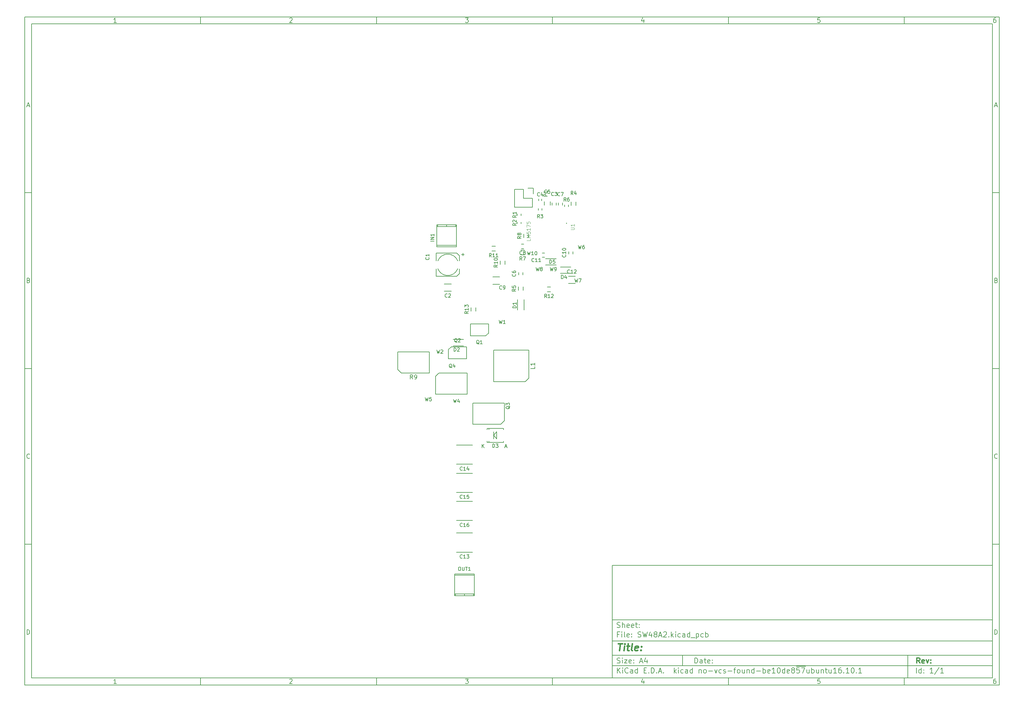
<source format=gbr>
G04 #@! TF.GenerationSoftware,KiCad,Pcbnew,no-vcs-found-be10de8~57~ubuntu16.10.1*
G04 #@! TF.CreationDate,2017-03-16T11:48:35+01:00*
G04 #@! TF.ProjectId,SW48A2,5357343841322E6B696361645F706362,rev?*
G04 #@! TF.FileFunction,Legend,Top*
G04 #@! TF.FilePolarity,Positive*
%FSLAX46Y46*%
G04 Gerber Fmt 4.6, Leading zero omitted, Abs format (unit mm)*
G04 Created by KiCad (PCBNEW no-vcs-found-be10de8~57~ubuntu16.10.1) date Thu Mar 16 11:48:35 2017*
%MOMM*%
%LPD*%
G01*
G04 APERTURE LIST*
%ADD10C,0.100000*%
%ADD11C,0.150000*%
%ADD12C,0.300000*%
%ADD13C,0.400000*%
%ADD14C,0.200000*%
%ADD15C,0.050000*%
G04 APERTURE END LIST*
D10*
D11*
X177002200Y-166007200D02*
X177002200Y-198007200D01*
X285002200Y-198007200D01*
X285002200Y-166007200D01*
X177002200Y-166007200D01*
D10*
D11*
X10000000Y-10000000D02*
X10000000Y-200007200D01*
X287002200Y-200007200D01*
X287002200Y-10000000D01*
X10000000Y-10000000D01*
D10*
D11*
X12000000Y-12000000D02*
X12000000Y-198007200D01*
X285002200Y-198007200D01*
X285002200Y-12000000D01*
X12000000Y-12000000D01*
D10*
D11*
X60000000Y-12000000D02*
X60000000Y-10000000D01*
D10*
D11*
X110000000Y-12000000D02*
X110000000Y-10000000D01*
D10*
D11*
X160000000Y-12000000D02*
X160000000Y-10000000D01*
D10*
D11*
X210000000Y-12000000D02*
X210000000Y-10000000D01*
D10*
D11*
X260000000Y-12000000D02*
X260000000Y-10000000D01*
D10*
D11*
X36065476Y-11588095D02*
X35322619Y-11588095D01*
X35694047Y-11588095D02*
X35694047Y-10288095D01*
X35570238Y-10473809D01*
X35446428Y-10597619D01*
X35322619Y-10659523D01*
D10*
D11*
X85322619Y-10411904D02*
X85384523Y-10350000D01*
X85508333Y-10288095D01*
X85817857Y-10288095D01*
X85941666Y-10350000D01*
X86003571Y-10411904D01*
X86065476Y-10535714D01*
X86065476Y-10659523D01*
X86003571Y-10845238D01*
X85260714Y-11588095D01*
X86065476Y-11588095D01*
D10*
D11*
X135260714Y-10288095D02*
X136065476Y-10288095D01*
X135632142Y-10783333D01*
X135817857Y-10783333D01*
X135941666Y-10845238D01*
X136003571Y-10907142D01*
X136065476Y-11030952D01*
X136065476Y-11340476D01*
X136003571Y-11464285D01*
X135941666Y-11526190D01*
X135817857Y-11588095D01*
X135446428Y-11588095D01*
X135322619Y-11526190D01*
X135260714Y-11464285D01*
D10*
D11*
X185941666Y-10721428D02*
X185941666Y-11588095D01*
X185632142Y-10226190D02*
X185322619Y-11154761D01*
X186127380Y-11154761D01*
D10*
D11*
X236003571Y-10288095D02*
X235384523Y-10288095D01*
X235322619Y-10907142D01*
X235384523Y-10845238D01*
X235508333Y-10783333D01*
X235817857Y-10783333D01*
X235941666Y-10845238D01*
X236003571Y-10907142D01*
X236065476Y-11030952D01*
X236065476Y-11340476D01*
X236003571Y-11464285D01*
X235941666Y-11526190D01*
X235817857Y-11588095D01*
X235508333Y-11588095D01*
X235384523Y-11526190D01*
X235322619Y-11464285D01*
D10*
D11*
X285941666Y-10288095D02*
X285694047Y-10288095D01*
X285570238Y-10350000D01*
X285508333Y-10411904D01*
X285384523Y-10597619D01*
X285322619Y-10845238D01*
X285322619Y-11340476D01*
X285384523Y-11464285D01*
X285446428Y-11526190D01*
X285570238Y-11588095D01*
X285817857Y-11588095D01*
X285941666Y-11526190D01*
X286003571Y-11464285D01*
X286065476Y-11340476D01*
X286065476Y-11030952D01*
X286003571Y-10907142D01*
X285941666Y-10845238D01*
X285817857Y-10783333D01*
X285570238Y-10783333D01*
X285446428Y-10845238D01*
X285384523Y-10907142D01*
X285322619Y-11030952D01*
D10*
D11*
X60000000Y-198007200D02*
X60000000Y-200007200D01*
D10*
D11*
X110000000Y-198007200D02*
X110000000Y-200007200D01*
D10*
D11*
X160000000Y-198007200D02*
X160000000Y-200007200D01*
D10*
D11*
X210000000Y-198007200D02*
X210000000Y-200007200D01*
D10*
D11*
X260000000Y-198007200D02*
X260000000Y-200007200D01*
D10*
D11*
X36065476Y-199595295D02*
X35322619Y-199595295D01*
X35694047Y-199595295D02*
X35694047Y-198295295D01*
X35570238Y-198481009D01*
X35446428Y-198604819D01*
X35322619Y-198666723D01*
D10*
D11*
X85322619Y-198419104D02*
X85384523Y-198357200D01*
X85508333Y-198295295D01*
X85817857Y-198295295D01*
X85941666Y-198357200D01*
X86003571Y-198419104D01*
X86065476Y-198542914D01*
X86065476Y-198666723D01*
X86003571Y-198852438D01*
X85260714Y-199595295D01*
X86065476Y-199595295D01*
D10*
D11*
X135260714Y-198295295D02*
X136065476Y-198295295D01*
X135632142Y-198790533D01*
X135817857Y-198790533D01*
X135941666Y-198852438D01*
X136003571Y-198914342D01*
X136065476Y-199038152D01*
X136065476Y-199347676D01*
X136003571Y-199471485D01*
X135941666Y-199533390D01*
X135817857Y-199595295D01*
X135446428Y-199595295D01*
X135322619Y-199533390D01*
X135260714Y-199471485D01*
D10*
D11*
X185941666Y-198728628D02*
X185941666Y-199595295D01*
X185632142Y-198233390D02*
X185322619Y-199161961D01*
X186127380Y-199161961D01*
D10*
D11*
X236003571Y-198295295D02*
X235384523Y-198295295D01*
X235322619Y-198914342D01*
X235384523Y-198852438D01*
X235508333Y-198790533D01*
X235817857Y-198790533D01*
X235941666Y-198852438D01*
X236003571Y-198914342D01*
X236065476Y-199038152D01*
X236065476Y-199347676D01*
X236003571Y-199471485D01*
X235941666Y-199533390D01*
X235817857Y-199595295D01*
X235508333Y-199595295D01*
X235384523Y-199533390D01*
X235322619Y-199471485D01*
D10*
D11*
X285941666Y-198295295D02*
X285694047Y-198295295D01*
X285570238Y-198357200D01*
X285508333Y-198419104D01*
X285384523Y-198604819D01*
X285322619Y-198852438D01*
X285322619Y-199347676D01*
X285384523Y-199471485D01*
X285446428Y-199533390D01*
X285570238Y-199595295D01*
X285817857Y-199595295D01*
X285941666Y-199533390D01*
X286003571Y-199471485D01*
X286065476Y-199347676D01*
X286065476Y-199038152D01*
X286003571Y-198914342D01*
X285941666Y-198852438D01*
X285817857Y-198790533D01*
X285570238Y-198790533D01*
X285446428Y-198852438D01*
X285384523Y-198914342D01*
X285322619Y-199038152D01*
D10*
D11*
X10000000Y-60000000D02*
X12000000Y-60000000D01*
D10*
D11*
X10000000Y-110000000D02*
X12000000Y-110000000D01*
D10*
D11*
X10000000Y-160000000D02*
X12000000Y-160000000D01*
D10*
D11*
X10690476Y-35216666D02*
X11309523Y-35216666D01*
X10566666Y-35588095D02*
X11000000Y-34288095D01*
X11433333Y-35588095D01*
D10*
D11*
X11092857Y-84907142D02*
X11278571Y-84969047D01*
X11340476Y-85030952D01*
X11402380Y-85154761D01*
X11402380Y-85340476D01*
X11340476Y-85464285D01*
X11278571Y-85526190D01*
X11154761Y-85588095D01*
X10659523Y-85588095D01*
X10659523Y-84288095D01*
X11092857Y-84288095D01*
X11216666Y-84350000D01*
X11278571Y-84411904D01*
X11340476Y-84535714D01*
X11340476Y-84659523D01*
X11278571Y-84783333D01*
X11216666Y-84845238D01*
X11092857Y-84907142D01*
X10659523Y-84907142D01*
D10*
D11*
X11402380Y-135464285D02*
X11340476Y-135526190D01*
X11154761Y-135588095D01*
X11030952Y-135588095D01*
X10845238Y-135526190D01*
X10721428Y-135402380D01*
X10659523Y-135278571D01*
X10597619Y-135030952D01*
X10597619Y-134845238D01*
X10659523Y-134597619D01*
X10721428Y-134473809D01*
X10845238Y-134350000D01*
X11030952Y-134288095D01*
X11154761Y-134288095D01*
X11340476Y-134350000D01*
X11402380Y-134411904D01*
D10*
D11*
X10659523Y-185588095D02*
X10659523Y-184288095D01*
X10969047Y-184288095D01*
X11154761Y-184350000D01*
X11278571Y-184473809D01*
X11340476Y-184597619D01*
X11402380Y-184845238D01*
X11402380Y-185030952D01*
X11340476Y-185278571D01*
X11278571Y-185402380D01*
X11154761Y-185526190D01*
X10969047Y-185588095D01*
X10659523Y-185588095D01*
D10*
D11*
X287002200Y-60000000D02*
X285002200Y-60000000D01*
D10*
D11*
X287002200Y-110000000D02*
X285002200Y-110000000D01*
D10*
D11*
X287002200Y-160000000D02*
X285002200Y-160000000D01*
D10*
D11*
X285692676Y-35216666D02*
X286311723Y-35216666D01*
X285568866Y-35588095D02*
X286002200Y-34288095D01*
X286435533Y-35588095D01*
D10*
D11*
X286095057Y-84907142D02*
X286280771Y-84969047D01*
X286342676Y-85030952D01*
X286404580Y-85154761D01*
X286404580Y-85340476D01*
X286342676Y-85464285D01*
X286280771Y-85526190D01*
X286156961Y-85588095D01*
X285661723Y-85588095D01*
X285661723Y-84288095D01*
X286095057Y-84288095D01*
X286218866Y-84350000D01*
X286280771Y-84411904D01*
X286342676Y-84535714D01*
X286342676Y-84659523D01*
X286280771Y-84783333D01*
X286218866Y-84845238D01*
X286095057Y-84907142D01*
X285661723Y-84907142D01*
D10*
D11*
X286404580Y-135464285D02*
X286342676Y-135526190D01*
X286156961Y-135588095D01*
X286033152Y-135588095D01*
X285847438Y-135526190D01*
X285723628Y-135402380D01*
X285661723Y-135278571D01*
X285599819Y-135030952D01*
X285599819Y-134845238D01*
X285661723Y-134597619D01*
X285723628Y-134473809D01*
X285847438Y-134350000D01*
X286033152Y-134288095D01*
X286156961Y-134288095D01*
X286342676Y-134350000D01*
X286404580Y-134411904D01*
D10*
D11*
X285661723Y-185588095D02*
X285661723Y-184288095D01*
X285971247Y-184288095D01*
X286156961Y-184350000D01*
X286280771Y-184473809D01*
X286342676Y-184597619D01*
X286404580Y-184845238D01*
X286404580Y-185030952D01*
X286342676Y-185278571D01*
X286280771Y-185402380D01*
X286156961Y-185526190D01*
X285971247Y-185588095D01*
X285661723Y-185588095D01*
D10*
D11*
X200434342Y-193785771D02*
X200434342Y-192285771D01*
X200791485Y-192285771D01*
X201005771Y-192357200D01*
X201148628Y-192500057D01*
X201220057Y-192642914D01*
X201291485Y-192928628D01*
X201291485Y-193142914D01*
X201220057Y-193428628D01*
X201148628Y-193571485D01*
X201005771Y-193714342D01*
X200791485Y-193785771D01*
X200434342Y-193785771D01*
X202577200Y-193785771D02*
X202577200Y-193000057D01*
X202505771Y-192857200D01*
X202362914Y-192785771D01*
X202077200Y-192785771D01*
X201934342Y-192857200D01*
X202577200Y-193714342D02*
X202434342Y-193785771D01*
X202077200Y-193785771D01*
X201934342Y-193714342D01*
X201862914Y-193571485D01*
X201862914Y-193428628D01*
X201934342Y-193285771D01*
X202077200Y-193214342D01*
X202434342Y-193214342D01*
X202577200Y-193142914D01*
X203077200Y-192785771D02*
X203648628Y-192785771D01*
X203291485Y-192285771D02*
X203291485Y-193571485D01*
X203362914Y-193714342D01*
X203505771Y-193785771D01*
X203648628Y-193785771D01*
X204720057Y-193714342D02*
X204577200Y-193785771D01*
X204291485Y-193785771D01*
X204148628Y-193714342D01*
X204077200Y-193571485D01*
X204077200Y-193000057D01*
X204148628Y-192857200D01*
X204291485Y-192785771D01*
X204577200Y-192785771D01*
X204720057Y-192857200D01*
X204791485Y-193000057D01*
X204791485Y-193142914D01*
X204077200Y-193285771D01*
X205434342Y-193642914D02*
X205505771Y-193714342D01*
X205434342Y-193785771D01*
X205362914Y-193714342D01*
X205434342Y-193642914D01*
X205434342Y-193785771D01*
X205434342Y-192857200D02*
X205505771Y-192928628D01*
X205434342Y-193000057D01*
X205362914Y-192928628D01*
X205434342Y-192857200D01*
X205434342Y-193000057D01*
D10*
D11*
X177002200Y-194507200D02*
X285002200Y-194507200D01*
D10*
D11*
X178434342Y-196585771D02*
X178434342Y-195085771D01*
X179291485Y-196585771D02*
X178648628Y-195728628D01*
X179291485Y-195085771D02*
X178434342Y-195942914D01*
X179934342Y-196585771D02*
X179934342Y-195585771D01*
X179934342Y-195085771D02*
X179862914Y-195157200D01*
X179934342Y-195228628D01*
X180005771Y-195157200D01*
X179934342Y-195085771D01*
X179934342Y-195228628D01*
X181505771Y-196442914D02*
X181434342Y-196514342D01*
X181220057Y-196585771D01*
X181077200Y-196585771D01*
X180862914Y-196514342D01*
X180720057Y-196371485D01*
X180648628Y-196228628D01*
X180577200Y-195942914D01*
X180577200Y-195728628D01*
X180648628Y-195442914D01*
X180720057Y-195300057D01*
X180862914Y-195157200D01*
X181077200Y-195085771D01*
X181220057Y-195085771D01*
X181434342Y-195157200D01*
X181505771Y-195228628D01*
X182791485Y-196585771D02*
X182791485Y-195800057D01*
X182720057Y-195657200D01*
X182577200Y-195585771D01*
X182291485Y-195585771D01*
X182148628Y-195657200D01*
X182791485Y-196514342D02*
X182648628Y-196585771D01*
X182291485Y-196585771D01*
X182148628Y-196514342D01*
X182077200Y-196371485D01*
X182077200Y-196228628D01*
X182148628Y-196085771D01*
X182291485Y-196014342D01*
X182648628Y-196014342D01*
X182791485Y-195942914D01*
X184148628Y-196585771D02*
X184148628Y-195085771D01*
X184148628Y-196514342D02*
X184005771Y-196585771D01*
X183720057Y-196585771D01*
X183577200Y-196514342D01*
X183505771Y-196442914D01*
X183434342Y-196300057D01*
X183434342Y-195871485D01*
X183505771Y-195728628D01*
X183577200Y-195657200D01*
X183720057Y-195585771D01*
X184005771Y-195585771D01*
X184148628Y-195657200D01*
X186005771Y-195800057D02*
X186505771Y-195800057D01*
X186720057Y-196585771D02*
X186005771Y-196585771D01*
X186005771Y-195085771D01*
X186720057Y-195085771D01*
X187362914Y-196442914D02*
X187434342Y-196514342D01*
X187362914Y-196585771D01*
X187291485Y-196514342D01*
X187362914Y-196442914D01*
X187362914Y-196585771D01*
X188077200Y-196585771D02*
X188077200Y-195085771D01*
X188434342Y-195085771D01*
X188648628Y-195157200D01*
X188791485Y-195300057D01*
X188862914Y-195442914D01*
X188934342Y-195728628D01*
X188934342Y-195942914D01*
X188862914Y-196228628D01*
X188791485Y-196371485D01*
X188648628Y-196514342D01*
X188434342Y-196585771D01*
X188077200Y-196585771D01*
X189577200Y-196442914D02*
X189648628Y-196514342D01*
X189577200Y-196585771D01*
X189505771Y-196514342D01*
X189577200Y-196442914D01*
X189577200Y-196585771D01*
X190220057Y-196157200D02*
X190934342Y-196157200D01*
X190077200Y-196585771D02*
X190577200Y-195085771D01*
X191077200Y-196585771D01*
X191577200Y-196442914D02*
X191648628Y-196514342D01*
X191577200Y-196585771D01*
X191505771Y-196514342D01*
X191577200Y-196442914D01*
X191577200Y-196585771D01*
X194577200Y-196585771D02*
X194577200Y-195085771D01*
X194720057Y-196014342D02*
X195148628Y-196585771D01*
X195148628Y-195585771D02*
X194577200Y-196157200D01*
X195791485Y-196585771D02*
X195791485Y-195585771D01*
X195791485Y-195085771D02*
X195720057Y-195157200D01*
X195791485Y-195228628D01*
X195862914Y-195157200D01*
X195791485Y-195085771D01*
X195791485Y-195228628D01*
X197148628Y-196514342D02*
X197005771Y-196585771D01*
X196720057Y-196585771D01*
X196577200Y-196514342D01*
X196505771Y-196442914D01*
X196434342Y-196300057D01*
X196434342Y-195871485D01*
X196505771Y-195728628D01*
X196577200Y-195657200D01*
X196720057Y-195585771D01*
X197005771Y-195585771D01*
X197148628Y-195657200D01*
X198434342Y-196585771D02*
X198434342Y-195800057D01*
X198362914Y-195657200D01*
X198220057Y-195585771D01*
X197934342Y-195585771D01*
X197791485Y-195657200D01*
X198434342Y-196514342D02*
X198291485Y-196585771D01*
X197934342Y-196585771D01*
X197791485Y-196514342D01*
X197720057Y-196371485D01*
X197720057Y-196228628D01*
X197791485Y-196085771D01*
X197934342Y-196014342D01*
X198291485Y-196014342D01*
X198434342Y-195942914D01*
X199791485Y-196585771D02*
X199791485Y-195085771D01*
X199791485Y-196514342D02*
X199648628Y-196585771D01*
X199362914Y-196585771D01*
X199220057Y-196514342D01*
X199148628Y-196442914D01*
X199077200Y-196300057D01*
X199077200Y-195871485D01*
X199148628Y-195728628D01*
X199220057Y-195657200D01*
X199362914Y-195585771D01*
X199648628Y-195585771D01*
X199791485Y-195657200D01*
X201648628Y-195585771D02*
X201648628Y-196585771D01*
X201648628Y-195728628D02*
X201720057Y-195657200D01*
X201862914Y-195585771D01*
X202077200Y-195585771D01*
X202220057Y-195657200D01*
X202291485Y-195800057D01*
X202291485Y-196585771D01*
X203220057Y-196585771D02*
X203077200Y-196514342D01*
X203005771Y-196442914D01*
X202934342Y-196300057D01*
X202934342Y-195871485D01*
X203005771Y-195728628D01*
X203077200Y-195657200D01*
X203220057Y-195585771D01*
X203434342Y-195585771D01*
X203577200Y-195657200D01*
X203648628Y-195728628D01*
X203720057Y-195871485D01*
X203720057Y-196300057D01*
X203648628Y-196442914D01*
X203577200Y-196514342D01*
X203434342Y-196585771D01*
X203220057Y-196585771D01*
X204362914Y-196014342D02*
X205505771Y-196014342D01*
X206077200Y-195585771D02*
X206434342Y-196585771D01*
X206791485Y-195585771D01*
X208005771Y-196514342D02*
X207862914Y-196585771D01*
X207577200Y-196585771D01*
X207434342Y-196514342D01*
X207362914Y-196442914D01*
X207291485Y-196300057D01*
X207291485Y-195871485D01*
X207362914Y-195728628D01*
X207434342Y-195657200D01*
X207577200Y-195585771D01*
X207862914Y-195585771D01*
X208005771Y-195657200D01*
X208577200Y-196514342D02*
X208720057Y-196585771D01*
X209005771Y-196585771D01*
X209148628Y-196514342D01*
X209220057Y-196371485D01*
X209220057Y-196300057D01*
X209148628Y-196157200D01*
X209005771Y-196085771D01*
X208791485Y-196085771D01*
X208648628Y-196014342D01*
X208577200Y-195871485D01*
X208577200Y-195800057D01*
X208648628Y-195657200D01*
X208791485Y-195585771D01*
X209005771Y-195585771D01*
X209148628Y-195657200D01*
X209862914Y-196014342D02*
X211005771Y-196014342D01*
X211505771Y-195585771D02*
X212077200Y-195585771D01*
X211720057Y-196585771D02*
X211720057Y-195300057D01*
X211791485Y-195157200D01*
X211934342Y-195085771D01*
X212077200Y-195085771D01*
X212791485Y-196585771D02*
X212648628Y-196514342D01*
X212577200Y-196442914D01*
X212505771Y-196300057D01*
X212505771Y-195871485D01*
X212577200Y-195728628D01*
X212648628Y-195657200D01*
X212791485Y-195585771D01*
X213005771Y-195585771D01*
X213148628Y-195657200D01*
X213220057Y-195728628D01*
X213291485Y-195871485D01*
X213291485Y-196300057D01*
X213220057Y-196442914D01*
X213148628Y-196514342D01*
X213005771Y-196585771D01*
X212791485Y-196585771D01*
X214577200Y-195585771D02*
X214577200Y-196585771D01*
X213934342Y-195585771D02*
X213934342Y-196371485D01*
X214005771Y-196514342D01*
X214148628Y-196585771D01*
X214362914Y-196585771D01*
X214505771Y-196514342D01*
X214577200Y-196442914D01*
X215291485Y-195585771D02*
X215291485Y-196585771D01*
X215291485Y-195728628D02*
X215362914Y-195657200D01*
X215505771Y-195585771D01*
X215720057Y-195585771D01*
X215862914Y-195657200D01*
X215934342Y-195800057D01*
X215934342Y-196585771D01*
X217291485Y-196585771D02*
X217291485Y-195085771D01*
X217291485Y-196514342D02*
X217148628Y-196585771D01*
X216862914Y-196585771D01*
X216720057Y-196514342D01*
X216648628Y-196442914D01*
X216577200Y-196300057D01*
X216577200Y-195871485D01*
X216648628Y-195728628D01*
X216720057Y-195657200D01*
X216862914Y-195585771D01*
X217148628Y-195585771D01*
X217291485Y-195657200D01*
X218005771Y-196014342D02*
X219148628Y-196014342D01*
X219862914Y-196585771D02*
X219862914Y-195085771D01*
X219862914Y-195657200D02*
X220005771Y-195585771D01*
X220291485Y-195585771D01*
X220434342Y-195657200D01*
X220505771Y-195728628D01*
X220577200Y-195871485D01*
X220577200Y-196300057D01*
X220505771Y-196442914D01*
X220434342Y-196514342D01*
X220291485Y-196585771D01*
X220005771Y-196585771D01*
X219862914Y-196514342D01*
X221791485Y-196514342D02*
X221648628Y-196585771D01*
X221362914Y-196585771D01*
X221220057Y-196514342D01*
X221148628Y-196371485D01*
X221148628Y-195800057D01*
X221220057Y-195657200D01*
X221362914Y-195585771D01*
X221648628Y-195585771D01*
X221791485Y-195657200D01*
X221862914Y-195800057D01*
X221862914Y-195942914D01*
X221148628Y-196085771D01*
X223291485Y-196585771D02*
X222434342Y-196585771D01*
X222862914Y-196585771D02*
X222862914Y-195085771D01*
X222720057Y-195300057D01*
X222577200Y-195442914D01*
X222434342Y-195514342D01*
X224220057Y-195085771D02*
X224362914Y-195085771D01*
X224505771Y-195157200D01*
X224577200Y-195228628D01*
X224648628Y-195371485D01*
X224720057Y-195657200D01*
X224720057Y-196014342D01*
X224648628Y-196300057D01*
X224577200Y-196442914D01*
X224505771Y-196514342D01*
X224362914Y-196585771D01*
X224220057Y-196585771D01*
X224077200Y-196514342D01*
X224005771Y-196442914D01*
X223934342Y-196300057D01*
X223862914Y-196014342D01*
X223862914Y-195657200D01*
X223934342Y-195371485D01*
X224005771Y-195228628D01*
X224077200Y-195157200D01*
X224220057Y-195085771D01*
X226005771Y-196585771D02*
X226005771Y-195085771D01*
X226005771Y-196514342D02*
X225862914Y-196585771D01*
X225577200Y-196585771D01*
X225434342Y-196514342D01*
X225362914Y-196442914D01*
X225291485Y-196300057D01*
X225291485Y-195871485D01*
X225362914Y-195728628D01*
X225434342Y-195657200D01*
X225577200Y-195585771D01*
X225862914Y-195585771D01*
X226005771Y-195657200D01*
X227291485Y-196514342D02*
X227148628Y-196585771D01*
X226862914Y-196585771D01*
X226720057Y-196514342D01*
X226648628Y-196371485D01*
X226648628Y-195800057D01*
X226720057Y-195657200D01*
X226862914Y-195585771D01*
X227148628Y-195585771D01*
X227291485Y-195657200D01*
X227362914Y-195800057D01*
X227362914Y-195942914D01*
X226648628Y-196085771D01*
X228220057Y-195728628D02*
X228077200Y-195657200D01*
X228005771Y-195585771D01*
X227934342Y-195442914D01*
X227934342Y-195371485D01*
X228005771Y-195228628D01*
X228077200Y-195157200D01*
X228220057Y-195085771D01*
X228505771Y-195085771D01*
X228648628Y-195157200D01*
X228720057Y-195228628D01*
X228791485Y-195371485D01*
X228791485Y-195442914D01*
X228720057Y-195585771D01*
X228648628Y-195657200D01*
X228505771Y-195728628D01*
X228220057Y-195728628D01*
X228077200Y-195800057D01*
X228005771Y-195871485D01*
X227934342Y-196014342D01*
X227934342Y-196300057D01*
X228005771Y-196442914D01*
X228077200Y-196514342D01*
X228220057Y-196585771D01*
X228505771Y-196585771D01*
X228648628Y-196514342D01*
X228720057Y-196442914D01*
X228791485Y-196300057D01*
X228791485Y-196014342D01*
X228720057Y-195871485D01*
X228648628Y-195800057D01*
X228505771Y-195728628D01*
X229324700Y-194677200D02*
X230505771Y-194677200D01*
X230148628Y-195085771D02*
X229434342Y-195085771D01*
X229362914Y-195800057D01*
X229434342Y-195728628D01*
X229577200Y-195657200D01*
X229934342Y-195657200D01*
X230077200Y-195728628D01*
X230148628Y-195800057D01*
X230220057Y-195942914D01*
X230220057Y-196300057D01*
X230148628Y-196442914D01*
X230077200Y-196514342D01*
X229934342Y-196585771D01*
X229577200Y-196585771D01*
X229434342Y-196514342D01*
X229362914Y-196442914D01*
X230505771Y-194677200D02*
X231934342Y-194677200D01*
X230720057Y-195085771D02*
X231720057Y-195085771D01*
X231077200Y-196585771D01*
X232934342Y-195585771D02*
X232934342Y-196585771D01*
X232291485Y-195585771D02*
X232291485Y-196371485D01*
X232362914Y-196514342D01*
X232505771Y-196585771D01*
X232720057Y-196585771D01*
X232862914Y-196514342D01*
X232934342Y-196442914D01*
X233648628Y-196585771D02*
X233648628Y-195085771D01*
X233648628Y-195657200D02*
X233791485Y-195585771D01*
X234077200Y-195585771D01*
X234220057Y-195657200D01*
X234291485Y-195728628D01*
X234362914Y-195871485D01*
X234362914Y-196300057D01*
X234291485Y-196442914D01*
X234220057Y-196514342D01*
X234077200Y-196585771D01*
X233791485Y-196585771D01*
X233648628Y-196514342D01*
X235648628Y-195585771D02*
X235648628Y-196585771D01*
X235005771Y-195585771D02*
X235005771Y-196371485D01*
X235077200Y-196514342D01*
X235220057Y-196585771D01*
X235434342Y-196585771D01*
X235577200Y-196514342D01*
X235648628Y-196442914D01*
X236362914Y-195585771D02*
X236362914Y-196585771D01*
X236362914Y-195728628D02*
X236434342Y-195657200D01*
X236577200Y-195585771D01*
X236791485Y-195585771D01*
X236934342Y-195657200D01*
X237005771Y-195800057D01*
X237005771Y-196585771D01*
X237505771Y-195585771D02*
X238077200Y-195585771D01*
X237720057Y-195085771D02*
X237720057Y-196371485D01*
X237791485Y-196514342D01*
X237934342Y-196585771D01*
X238077200Y-196585771D01*
X239220057Y-195585771D02*
X239220057Y-196585771D01*
X238577200Y-195585771D02*
X238577200Y-196371485D01*
X238648628Y-196514342D01*
X238791485Y-196585771D01*
X239005771Y-196585771D01*
X239148628Y-196514342D01*
X239220057Y-196442914D01*
X240720057Y-196585771D02*
X239862914Y-196585771D01*
X240291485Y-196585771D02*
X240291485Y-195085771D01*
X240148628Y-195300057D01*
X240005771Y-195442914D01*
X239862914Y-195514342D01*
X242005771Y-195085771D02*
X241720057Y-195085771D01*
X241577200Y-195157200D01*
X241505771Y-195228628D01*
X241362914Y-195442914D01*
X241291485Y-195728628D01*
X241291485Y-196300057D01*
X241362914Y-196442914D01*
X241434342Y-196514342D01*
X241577200Y-196585771D01*
X241862914Y-196585771D01*
X242005771Y-196514342D01*
X242077200Y-196442914D01*
X242148628Y-196300057D01*
X242148628Y-195942914D01*
X242077200Y-195800057D01*
X242005771Y-195728628D01*
X241862914Y-195657200D01*
X241577200Y-195657200D01*
X241434342Y-195728628D01*
X241362914Y-195800057D01*
X241291485Y-195942914D01*
X242791485Y-196442914D02*
X242862914Y-196514342D01*
X242791485Y-196585771D01*
X242720057Y-196514342D01*
X242791485Y-196442914D01*
X242791485Y-196585771D01*
X244291485Y-196585771D02*
X243434342Y-196585771D01*
X243862914Y-196585771D02*
X243862914Y-195085771D01*
X243720057Y-195300057D01*
X243577200Y-195442914D01*
X243434342Y-195514342D01*
X245220057Y-195085771D02*
X245362914Y-195085771D01*
X245505771Y-195157200D01*
X245577200Y-195228628D01*
X245648628Y-195371485D01*
X245720057Y-195657200D01*
X245720057Y-196014342D01*
X245648628Y-196300057D01*
X245577200Y-196442914D01*
X245505771Y-196514342D01*
X245362914Y-196585771D01*
X245220057Y-196585771D01*
X245077200Y-196514342D01*
X245005771Y-196442914D01*
X244934342Y-196300057D01*
X244862914Y-196014342D01*
X244862914Y-195657200D01*
X244934342Y-195371485D01*
X245005771Y-195228628D01*
X245077200Y-195157200D01*
X245220057Y-195085771D01*
X246362914Y-196442914D02*
X246434342Y-196514342D01*
X246362914Y-196585771D01*
X246291485Y-196514342D01*
X246362914Y-196442914D01*
X246362914Y-196585771D01*
X247862914Y-196585771D02*
X247005771Y-196585771D01*
X247434342Y-196585771D02*
X247434342Y-195085771D01*
X247291485Y-195300057D01*
X247148628Y-195442914D01*
X247005771Y-195514342D01*
D10*
D11*
X177002200Y-191507200D02*
X285002200Y-191507200D01*
D10*
D12*
X264411485Y-193785771D02*
X263911485Y-193071485D01*
X263554342Y-193785771D02*
X263554342Y-192285771D01*
X264125771Y-192285771D01*
X264268628Y-192357200D01*
X264340057Y-192428628D01*
X264411485Y-192571485D01*
X264411485Y-192785771D01*
X264340057Y-192928628D01*
X264268628Y-193000057D01*
X264125771Y-193071485D01*
X263554342Y-193071485D01*
X265625771Y-193714342D02*
X265482914Y-193785771D01*
X265197200Y-193785771D01*
X265054342Y-193714342D01*
X264982914Y-193571485D01*
X264982914Y-193000057D01*
X265054342Y-192857200D01*
X265197200Y-192785771D01*
X265482914Y-192785771D01*
X265625771Y-192857200D01*
X265697200Y-193000057D01*
X265697200Y-193142914D01*
X264982914Y-193285771D01*
X266197200Y-192785771D02*
X266554342Y-193785771D01*
X266911485Y-192785771D01*
X267482914Y-193642914D02*
X267554342Y-193714342D01*
X267482914Y-193785771D01*
X267411485Y-193714342D01*
X267482914Y-193642914D01*
X267482914Y-193785771D01*
X267482914Y-192857200D02*
X267554342Y-192928628D01*
X267482914Y-193000057D01*
X267411485Y-192928628D01*
X267482914Y-192857200D01*
X267482914Y-193000057D01*
D10*
D11*
X178362914Y-193714342D02*
X178577200Y-193785771D01*
X178934342Y-193785771D01*
X179077200Y-193714342D01*
X179148628Y-193642914D01*
X179220057Y-193500057D01*
X179220057Y-193357200D01*
X179148628Y-193214342D01*
X179077200Y-193142914D01*
X178934342Y-193071485D01*
X178648628Y-193000057D01*
X178505771Y-192928628D01*
X178434342Y-192857200D01*
X178362914Y-192714342D01*
X178362914Y-192571485D01*
X178434342Y-192428628D01*
X178505771Y-192357200D01*
X178648628Y-192285771D01*
X179005771Y-192285771D01*
X179220057Y-192357200D01*
X179862914Y-193785771D02*
X179862914Y-192785771D01*
X179862914Y-192285771D02*
X179791485Y-192357200D01*
X179862914Y-192428628D01*
X179934342Y-192357200D01*
X179862914Y-192285771D01*
X179862914Y-192428628D01*
X180434342Y-192785771D02*
X181220057Y-192785771D01*
X180434342Y-193785771D01*
X181220057Y-193785771D01*
X182362914Y-193714342D02*
X182220057Y-193785771D01*
X181934342Y-193785771D01*
X181791485Y-193714342D01*
X181720057Y-193571485D01*
X181720057Y-193000057D01*
X181791485Y-192857200D01*
X181934342Y-192785771D01*
X182220057Y-192785771D01*
X182362914Y-192857200D01*
X182434342Y-193000057D01*
X182434342Y-193142914D01*
X181720057Y-193285771D01*
X183077200Y-193642914D02*
X183148628Y-193714342D01*
X183077200Y-193785771D01*
X183005771Y-193714342D01*
X183077200Y-193642914D01*
X183077200Y-193785771D01*
X183077200Y-192857200D02*
X183148628Y-192928628D01*
X183077200Y-193000057D01*
X183005771Y-192928628D01*
X183077200Y-192857200D01*
X183077200Y-193000057D01*
X184862914Y-193357200D02*
X185577200Y-193357200D01*
X184720057Y-193785771D02*
X185220057Y-192285771D01*
X185720057Y-193785771D01*
X186862914Y-192785771D02*
X186862914Y-193785771D01*
X186505771Y-192214342D02*
X186148628Y-193285771D01*
X187077200Y-193285771D01*
D10*
D11*
X263434342Y-196585771D02*
X263434342Y-195085771D01*
X264791485Y-196585771D02*
X264791485Y-195085771D01*
X264791485Y-196514342D02*
X264648628Y-196585771D01*
X264362914Y-196585771D01*
X264220057Y-196514342D01*
X264148628Y-196442914D01*
X264077200Y-196300057D01*
X264077200Y-195871485D01*
X264148628Y-195728628D01*
X264220057Y-195657200D01*
X264362914Y-195585771D01*
X264648628Y-195585771D01*
X264791485Y-195657200D01*
X265505771Y-196442914D02*
X265577200Y-196514342D01*
X265505771Y-196585771D01*
X265434342Y-196514342D01*
X265505771Y-196442914D01*
X265505771Y-196585771D01*
X265505771Y-195657200D02*
X265577200Y-195728628D01*
X265505771Y-195800057D01*
X265434342Y-195728628D01*
X265505771Y-195657200D01*
X265505771Y-195800057D01*
X268148628Y-196585771D02*
X267291485Y-196585771D01*
X267720057Y-196585771D02*
X267720057Y-195085771D01*
X267577200Y-195300057D01*
X267434342Y-195442914D01*
X267291485Y-195514342D01*
X269862914Y-195014342D02*
X268577200Y-196942914D01*
X271148628Y-196585771D02*
X270291485Y-196585771D01*
X270720057Y-196585771D02*
X270720057Y-195085771D01*
X270577200Y-195300057D01*
X270434342Y-195442914D01*
X270291485Y-195514342D01*
D10*
D11*
X177002200Y-187507200D02*
X285002200Y-187507200D01*
D10*
D13*
X178714580Y-188211961D02*
X179857438Y-188211961D01*
X179036009Y-190211961D02*
X179286009Y-188211961D01*
X180274104Y-190211961D02*
X180440771Y-188878628D01*
X180524104Y-188211961D02*
X180416961Y-188307200D01*
X180500295Y-188402438D01*
X180607438Y-188307200D01*
X180524104Y-188211961D01*
X180500295Y-188402438D01*
X181107438Y-188878628D02*
X181869342Y-188878628D01*
X181476485Y-188211961D02*
X181262200Y-189926247D01*
X181333628Y-190116723D01*
X181512200Y-190211961D01*
X181702676Y-190211961D01*
X182655057Y-190211961D02*
X182476485Y-190116723D01*
X182405057Y-189926247D01*
X182619342Y-188211961D01*
X184190771Y-190116723D02*
X183988390Y-190211961D01*
X183607438Y-190211961D01*
X183428866Y-190116723D01*
X183357438Y-189926247D01*
X183452676Y-189164342D01*
X183571723Y-188973866D01*
X183774104Y-188878628D01*
X184155057Y-188878628D01*
X184333628Y-188973866D01*
X184405057Y-189164342D01*
X184381247Y-189354819D01*
X183405057Y-189545295D01*
X185155057Y-190021485D02*
X185238390Y-190116723D01*
X185131247Y-190211961D01*
X185047914Y-190116723D01*
X185155057Y-190021485D01*
X185131247Y-190211961D01*
X185286009Y-188973866D02*
X185369342Y-189069104D01*
X185262200Y-189164342D01*
X185178866Y-189069104D01*
X185286009Y-188973866D01*
X185262200Y-189164342D01*
D10*
D11*
X178934342Y-185600057D02*
X178434342Y-185600057D01*
X178434342Y-186385771D02*
X178434342Y-184885771D01*
X179148628Y-184885771D01*
X179720057Y-186385771D02*
X179720057Y-185385771D01*
X179720057Y-184885771D02*
X179648628Y-184957200D01*
X179720057Y-185028628D01*
X179791485Y-184957200D01*
X179720057Y-184885771D01*
X179720057Y-185028628D01*
X180648628Y-186385771D02*
X180505771Y-186314342D01*
X180434342Y-186171485D01*
X180434342Y-184885771D01*
X181791485Y-186314342D02*
X181648628Y-186385771D01*
X181362914Y-186385771D01*
X181220057Y-186314342D01*
X181148628Y-186171485D01*
X181148628Y-185600057D01*
X181220057Y-185457200D01*
X181362914Y-185385771D01*
X181648628Y-185385771D01*
X181791485Y-185457200D01*
X181862914Y-185600057D01*
X181862914Y-185742914D01*
X181148628Y-185885771D01*
X182505771Y-186242914D02*
X182577200Y-186314342D01*
X182505771Y-186385771D01*
X182434342Y-186314342D01*
X182505771Y-186242914D01*
X182505771Y-186385771D01*
X182505771Y-185457200D02*
X182577200Y-185528628D01*
X182505771Y-185600057D01*
X182434342Y-185528628D01*
X182505771Y-185457200D01*
X182505771Y-185600057D01*
X184291485Y-186314342D02*
X184505771Y-186385771D01*
X184862914Y-186385771D01*
X185005771Y-186314342D01*
X185077200Y-186242914D01*
X185148628Y-186100057D01*
X185148628Y-185957200D01*
X185077200Y-185814342D01*
X185005771Y-185742914D01*
X184862914Y-185671485D01*
X184577200Y-185600057D01*
X184434342Y-185528628D01*
X184362914Y-185457200D01*
X184291485Y-185314342D01*
X184291485Y-185171485D01*
X184362914Y-185028628D01*
X184434342Y-184957200D01*
X184577200Y-184885771D01*
X184934342Y-184885771D01*
X185148628Y-184957200D01*
X185648628Y-184885771D02*
X186005771Y-186385771D01*
X186291485Y-185314342D01*
X186577200Y-186385771D01*
X186934342Y-184885771D01*
X188148628Y-185385771D02*
X188148628Y-186385771D01*
X187791485Y-184814342D02*
X187434342Y-185885771D01*
X188362914Y-185885771D01*
X189148628Y-185528628D02*
X189005771Y-185457200D01*
X188934342Y-185385771D01*
X188862914Y-185242914D01*
X188862914Y-185171485D01*
X188934342Y-185028628D01*
X189005771Y-184957200D01*
X189148628Y-184885771D01*
X189434342Y-184885771D01*
X189577200Y-184957200D01*
X189648628Y-185028628D01*
X189720057Y-185171485D01*
X189720057Y-185242914D01*
X189648628Y-185385771D01*
X189577200Y-185457200D01*
X189434342Y-185528628D01*
X189148628Y-185528628D01*
X189005771Y-185600057D01*
X188934342Y-185671485D01*
X188862914Y-185814342D01*
X188862914Y-186100057D01*
X188934342Y-186242914D01*
X189005771Y-186314342D01*
X189148628Y-186385771D01*
X189434342Y-186385771D01*
X189577200Y-186314342D01*
X189648628Y-186242914D01*
X189720057Y-186100057D01*
X189720057Y-185814342D01*
X189648628Y-185671485D01*
X189577200Y-185600057D01*
X189434342Y-185528628D01*
X190291485Y-185957200D02*
X191005771Y-185957200D01*
X190148628Y-186385771D02*
X190648628Y-184885771D01*
X191148628Y-186385771D01*
X191577200Y-185028628D02*
X191648628Y-184957200D01*
X191791485Y-184885771D01*
X192148628Y-184885771D01*
X192291485Y-184957200D01*
X192362914Y-185028628D01*
X192434342Y-185171485D01*
X192434342Y-185314342D01*
X192362914Y-185528628D01*
X191505771Y-186385771D01*
X192434342Y-186385771D01*
X193077200Y-186242914D02*
X193148628Y-186314342D01*
X193077200Y-186385771D01*
X193005771Y-186314342D01*
X193077200Y-186242914D01*
X193077200Y-186385771D01*
X193791485Y-186385771D02*
X193791485Y-184885771D01*
X193934342Y-185814342D02*
X194362914Y-186385771D01*
X194362914Y-185385771D02*
X193791485Y-185957200D01*
X195005771Y-186385771D02*
X195005771Y-185385771D01*
X195005771Y-184885771D02*
X194934342Y-184957200D01*
X195005771Y-185028628D01*
X195077200Y-184957200D01*
X195005771Y-184885771D01*
X195005771Y-185028628D01*
X196362914Y-186314342D02*
X196220057Y-186385771D01*
X195934342Y-186385771D01*
X195791485Y-186314342D01*
X195720057Y-186242914D01*
X195648628Y-186100057D01*
X195648628Y-185671485D01*
X195720057Y-185528628D01*
X195791485Y-185457200D01*
X195934342Y-185385771D01*
X196220057Y-185385771D01*
X196362914Y-185457200D01*
X197648628Y-186385771D02*
X197648628Y-185600057D01*
X197577200Y-185457200D01*
X197434342Y-185385771D01*
X197148628Y-185385771D01*
X197005771Y-185457200D01*
X197648628Y-186314342D02*
X197505771Y-186385771D01*
X197148628Y-186385771D01*
X197005771Y-186314342D01*
X196934342Y-186171485D01*
X196934342Y-186028628D01*
X197005771Y-185885771D01*
X197148628Y-185814342D01*
X197505771Y-185814342D01*
X197648628Y-185742914D01*
X199005771Y-186385771D02*
X199005771Y-184885771D01*
X199005771Y-186314342D02*
X198862914Y-186385771D01*
X198577200Y-186385771D01*
X198434342Y-186314342D01*
X198362914Y-186242914D01*
X198291485Y-186100057D01*
X198291485Y-185671485D01*
X198362914Y-185528628D01*
X198434342Y-185457200D01*
X198577200Y-185385771D01*
X198862914Y-185385771D01*
X199005771Y-185457200D01*
X199362914Y-186528628D02*
X200505771Y-186528628D01*
X200862914Y-185385771D02*
X200862914Y-186885771D01*
X200862914Y-185457200D02*
X201005771Y-185385771D01*
X201291485Y-185385771D01*
X201434342Y-185457200D01*
X201505771Y-185528628D01*
X201577200Y-185671485D01*
X201577200Y-186100057D01*
X201505771Y-186242914D01*
X201434342Y-186314342D01*
X201291485Y-186385771D01*
X201005771Y-186385771D01*
X200862914Y-186314342D01*
X202862914Y-186314342D02*
X202720057Y-186385771D01*
X202434342Y-186385771D01*
X202291485Y-186314342D01*
X202220057Y-186242914D01*
X202148628Y-186100057D01*
X202148628Y-185671485D01*
X202220057Y-185528628D01*
X202291485Y-185457200D01*
X202434342Y-185385771D01*
X202720057Y-185385771D01*
X202862914Y-185457200D01*
X203505771Y-186385771D02*
X203505771Y-184885771D01*
X203505771Y-185457200D02*
X203648628Y-185385771D01*
X203934342Y-185385771D01*
X204077200Y-185457200D01*
X204148628Y-185528628D01*
X204220057Y-185671485D01*
X204220057Y-186100057D01*
X204148628Y-186242914D01*
X204077200Y-186314342D01*
X203934342Y-186385771D01*
X203648628Y-186385771D01*
X203505771Y-186314342D01*
D10*
D11*
X177002200Y-181507200D02*
X285002200Y-181507200D01*
D10*
D11*
X178362914Y-183614342D02*
X178577200Y-183685771D01*
X178934342Y-183685771D01*
X179077200Y-183614342D01*
X179148628Y-183542914D01*
X179220057Y-183400057D01*
X179220057Y-183257200D01*
X179148628Y-183114342D01*
X179077200Y-183042914D01*
X178934342Y-182971485D01*
X178648628Y-182900057D01*
X178505771Y-182828628D01*
X178434342Y-182757200D01*
X178362914Y-182614342D01*
X178362914Y-182471485D01*
X178434342Y-182328628D01*
X178505771Y-182257200D01*
X178648628Y-182185771D01*
X179005771Y-182185771D01*
X179220057Y-182257200D01*
X179862914Y-183685771D02*
X179862914Y-182185771D01*
X180505771Y-183685771D02*
X180505771Y-182900057D01*
X180434342Y-182757200D01*
X180291485Y-182685771D01*
X180077200Y-182685771D01*
X179934342Y-182757200D01*
X179862914Y-182828628D01*
X181791485Y-183614342D02*
X181648628Y-183685771D01*
X181362914Y-183685771D01*
X181220057Y-183614342D01*
X181148628Y-183471485D01*
X181148628Y-182900057D01*
X181220057Y-182757200D01*
X181362914Y-182685771D01*
X181648628Y-182685771D01*
X181791485Y-182757200D01*
X181862914Y-182900057D01*
X181862914Y-183042914D01*
X181148628Y-183185771D01*
X183077200Y-183614342D02*
X182934342Y-183685771D01*
X182648628Y-183685771D01*
X182505771Y-183614342D01*
X182434342Y-183471485D01*
X182434342Y-182900057D01*
X182505771Y-182757200D01*
X182648628Y-182685771D01*
X182934342Y-182685771D01*
X183077200Y-182757200D01*
X183148628Y-182900057D01*
X183148628Y-183042914D01*
X182434342Y-183185771D01*
X183577200Y-182685771D02*
X184148628Y-182685771D01*
X183791485Y-182185771D02*
X183791485Y-183471485D01*
X183862914Y-183614342D01*
X184005771Y-183685771D01*
X184148628Y-183685771D01*
X184648628Y-183542914D02*
X184720057Y-183614342D01*
X184648628Y-183685771D01*
X184577200Y-183614342D01*
X184648628Y-183542914D01*
X184648628Y-183685771D01*
X184648628Y-182757200D02*
X184720057Y-182828628D01*
X184648628Y-182900057D01*
X184577200Y-182828628D01*
X184648628Y-182757200D01*
X184648628Y-182900057D01*
D10*
D11*
X197002200Y-191507200D02*
X197002200Y-194507200D01*
D10*
D11*
X261002200Y-191507200D02*
X261002200Y-198007200D01*
D14*
X164075000Y-68700000D02*
G75*
G03X164075000Y-68700000I-100000J0D01*
G01*
D11*
X146497000Y-79402000D02*
X146497000Y-80402000D01*
X145147000Y-80402000D02*
X145147000Y-79402000D01*
X152000000Y-77675000D02*
X151000000Y-77675000D01*
X151000000Y-76325000D02*
X152000000Y-76325000D01*
X157650000Y-62500000D02*
X157650000Y-63500000D01*
X159350000Y-63500000D02*
X159350000Y-62500000D01*
X158035000Y-80550000D02*
X161035000Y-80550000D01*
X158035000Y-78750000D02*
X161035000Y-78750000D01*
X146347500Y-124865000D02*
X145347500Y-125865000D01*
X145347500Y-125865000D02*
X137347500Y-125865000D01*
X137347500Y-125865000D02*
X137347500Y-119865000D01*
X137347500Y-119865000D02*
X146347500Y-119865000D01*
X146347500Y-119865000D02*
X146347500Y-124820000D01*
X141815000Y-99925000D02*
X141015000Y-100725000D01*
X141015000Y-100725000D02*
X136685000Y-100725000D01*
X136685000Y-100725000D02*
X136685000Y-97275000D01*
X136685000Y-97275000D02*
X141815000Y-97275000D01*
X141815000Y-97275000D02*
X141815000Y-99925000D01*
X133082100Y-79382400D02*
G75*
G03X127417900Y-79382400I-2832100J-1117600D01*
G01*
X127417900Y-81617600D02*
G75*
G03X133082100Y-81617600I2832100J1117600D01*
G01*
X126948000Y-83802000D02*
X126948000Y-81617600D01*
X126948000Y-77198000D02*
X126948000Y-79382400D01*
X133552000Y-77960000D02*
X133552000Y-79382400D01*
X133552000Y-83040000D02*
X133552000Y-81617600D01*
X126948000Y-77198000D02*
X132790000Y-77198000D01*
X132790000Y-77198000D02*
X133552000Y-77960000D01*
X133552000Y-83040000D02*
X132790000Y-83802000D01*
X132790000Y-83802000D02*
X126948000Y-83802000D01*
X130435000Y-104600000D02*
X131235000Y-103800000D01*
X131235000Y-103800000D02*
X135565000Y-103800000D01*
X135565000Y-103800000D02*
X135565000Y-107250000D01*
X135565000Y-107250000D02*
X130435000Y-107250000D01*
X130435000Y-107250000D02*
X130435000Y-104600000D01*
X126750000Y-117250000D02*
X126750000Y-112295000D01*
X135750000Y-117250000D02*
X126750000Y-117250000D01*
X135750000Y-111250000D02*
X135750000Y-117250000D01*
X127750000Y-111250000D02*
X135750000Y-111250000D01*
X126750000Y-112250000D02*
X127750000Y-111250000D01*
X129250000Y-88025000D02*
X131250000Y-88025000D01*
X131250000Y-85975000D02*
X129250000Y-85975000D01*
X159900000Y-63550000D02*
X159900000Y-62850000D01*
X161100000Y-62850000D02*
X161100000Y-63550000D01*
X156900000Y-61775000D02*
X156900000Y-62275000D01*
X156100000Y-62275000D02*
X156100000Y-61775000D01*
X150400000Y-83350000D02*
X150400000Y-82650000D01*
X151600000Y-82650000D02*
X151600000Y-83350000D01*
X161650000Y-63550000D02*
X161650000Y-62850000D01*
X162850000Y-62850000D02*
X162850000Y-63550000D01*
X151850000Y-75850000D02*
X151150000Y-75850000D01*
X151150000Y-74650000D02*
X151850000Y-74650000D01*
X143000000Y-86025000D02*
X145000000Y-86025000D01*
X145000000Y-83975000D02*
X143000000Y-83975000D01*
X164650000Y-77400000D02*
X164650000Y-76700000D01*
X165850000Y-76700000D02*
X165850000Y-77400000D01*
X157800000Y-78350000D02*
X157100000Y-78350000D01*
X157100000Y-77150000D02*
X157800000Y-77150000D01*
X166500000Y-83725000D02*
X164500000Y-83725000D01*
X164500000Y-85775000D02*
X166500000Y-85775000D01*
X132700000Y-162225000D02*
X137300000Y-162225000D01*
X137300000Y-156775000D02*
X132700000Y-156775000D01*
X132700000Y-137225000D02*
X137300000Y-137225000D01*
X137300000Y-131775000D02*
X132700000Y-131775000D01*
X132700000Y-145225000D02*
X137300000Y-145225000D01*
X137300000Y-139775000D02*
X132700000Y-139775000D01*
X132700000Y-153225000D02*
X137300000Y-153225000D01*
X137300000Y-147775000D02*
X132700000Y-147775000D01*
X150100000Y-90365000D02*
X150100000Y-93365000D01*
X151900000Y-90365000D02*
X151900000Y-93365000D01*
X134750000Y-101735000D02*
X131750000Y-101735000D01*
X134750000Y-103535000D02*
X131750000Y-103535000D01*
X143300420Y-129000000D02*
X144148780Y-127999240D01*
X144148780Y-127999240D02*
X144148780Y-130000760D01*
X144148780Y-130000760D02*
X143300420Y-129000000D01*
X143300420Y-129000000D02*
X143300420Y-130000760D01*
X143300420Y-129000000D02*
X143300420Y-127999240D01*
X141443680Y-130800000D02*
X141443680Y-130600200D01*
X141900720Y-130800000D02*
X141900720Y-130601000D01*
X146051240Y-130800000D02*
X146051240Y-130651000D01*
X141448760Y-127200000D02*
X141448760Y-127349000D01*
X141900720Y-127200000D02*
X141900720Y-127349000D01*
X146051240Y-127200000D02*
X146051240Y-127349000D01*
X141900720Y-130948980D02*
X141900720Y-130750860D01*
X141900720Y-127001020D02*
X141900720Y-127199140D01*
X146046160Y-130996440D02*
X146046160Y-130798320D01*
X141443680Y-130996440D02*
X146046160Y-130996440D01*
X141443680Y-130996440D02*
X141443680Y-130798320D01*
X141448760Y-127001020D02*
X141448760Y-127199140D01*
X141448760Y-127001020D02*
X146051240Y-127001020D01*
X146051240Y-127001020D02*
X146051240Y-127199140D01*
X165250000Y-81100000D02*
X162250000Y-81100000D01*
X165250000Y-82900000D02*
X162250000Y-82900000D01*
X127147920Y-69649040D02*
X132746080Y-69649040D01*
X132547960Y-69151200D02*
X132547960Y-69649040D01*
X127346040Y-69649040D02*
X127346040Y-69151200D01*
X129947000Y-69151200D02*
X129947000Y-69649040D01*
X132746080Y-74950020D02*
X127147920Y-74950020D01*
X132746080Y-69151200D02*
X127147920Y-69151200D01*
X127147920Y-69151200D02*
X127147920Y-75348800D01*
X127147920Y-75348800D02*
X132746080Y-75348800D01*
X132746080Y-75348800D02*
X132746080Y-69151200D01*
X137779080Y-174100960D02*
X132180920Y-174100960D01*
X132379040Y-174598800D02*
X132379040Y-174100960D01*
X137580960Y-174100960D02*
X137580960Y-174598800D01*
X134980000Y-174598800D02*
X134980000Y-174100960D01*
X132180920Y-168799980D02*
X137779080Y-168799980D01*
X132180920Y-174598800D02*
X137779080Y-174598800D01*
X137779080Y-174598800D02*
X137779080Y-168401200D01*
X137779080Y-168401200D02*
X132180920Y-168401200D01*
X132180920Y-168401200D02*
X132180920Y-174598800D01*
X151058000Y-66513000D02*
X151058000Y-66013000D01*
X150008000Y-66013000D02*
X150008000Y-66513000D01*
X151058000Y-68813000D02*
X151058000Y-68313000D01*
X150008000Y-68313000D02*
X150008000Y-68813000D01*
X155975000Y-64500000D02*
X155975000Y-65000000D01*
X157025000Y-65000000D02*
X157025000Y-64500000D01*
X166675000Y-62600000D02*
X166675000Y-63600000D01*
X165325000Y-63600000D02*
X165325000Y-62600000D01*
X151675000Y-86750000D02*
X151675000Y-87750000D01*
X150325000Y-87750000D02*
X150325000Y-86750000D01*
X163475000Y-63450000D02*
X163475000Y-63950000D01*
X164525000Y-63950000D02*
X164525000Y-63450000D01*
X153175000Y-71750000D02*
X153175000Y-72750000D01*
X151825000Y-72750000D02*
X151825000Y-71750000D01*
X142782000Y-75247000D02*
X143782000Y-75247000D01*
X143782000Y-76597000D02*
X142782000Y-76597000D01*
X158500000Y-86825000D02*
X159500000Y-86825000D01*
X159500000Y-88175000D02*
X158500000Y-88175000D01*
X152250000Y-113750000D02*
X153250000Y-112750000D01*
X153250000Y-112750000D02*
X153250000Y-104750000D01*
X153250000Y-104750000D02*
X143250000Y-104750000D01*
X143250000Y-104750000D02*
X143250000Y-113750000D01*
X143250000Y-113750000D02*
X152250000Y-113750000D01*
X116000000Y-110250000D02*
X117000000Y-111250000D01*
X117000000Y-111250000D02*
X125000000Y-111250000D01*
X125000000Y-111250000D02*
X125000000Y-105250000D01*
X125000000Y-105250000D02*
X116000000Y-105250000D01*
X116000000Y-105250000D02*
X116000000Y-110250000D01*
X153000000Y-58740000D02*
X154550000Y-58740000D01*
X154550000Y-60290000D02*
X154550000Y-58740000D01*
X151730000Y-59020000D02*
X151730000Y-61560000D01*
X151730000Y-61560000D02*
X154270000Y-61560000D01*
X154270000Y-61560000D02*
X154270000Y-64100000D01*
X154270000Y-64100000D02*
X149190000Y-64100000D01*
X149190000Y-64100000D02*
X149190000Y-59020000D01*
X149190000Y-59020000D02*
X151730000Y-59020000D01*
X138175000Y-92650000D02*
X138175000Y-93650000D01*
X136825000Y-93650000D02*
X136825000Y-92650000D01*
D15*
X165202380Y-70511904D02*
X166011904Y-70511904D01*
X166107142Y-70464285D01*
X166154761Y-70416666D01*
X166202380Y-70321428D01*
X166202380Y-70130952D01*
X166154761Y-70035714D01*
X166107142Y-69988095D01*
X166011904Y-69940476D01*
X165202380Y-69940476D01*
X166202380Y-68940476D02*
X166202380Y-69511904D01*
X166202380Y-69226190D02*
X165202380Y-69226190D01*
X165345238Y-69321428D01*
X165440476Y-69416666D01*
X165488095Y-69511904D01*
X153662380Y-73091666D02*
X153662380Y-73567857D01*
X152662380Y-73567857D01*
X153662380Y-72758333D02*
X152662380Y-72758333D01*
X153376666Y-72425000D01*
X152662380Y-72091666D01*
X153662380Y-72091666D01*
X152662380Y-71139285D02*
X152662380Y-71615476D01*
X153138571Y-71663095D01*
X153090952Y-71615476D01*
X153043333Y-71520238D01*
X153043333Y-71282142D01*
X153090952Y-71186904D01*
X153138571Y-71139285D01*
X153233809Y-71091666D01*
X153471904Y-71091666D01*
X153567142Y-71139285D01*
X153614761Y-71186904D01*
X153662380Y-71282142D01*
X153662380Y-71520238D01*
X153614761Y-71615476D01*
X153567142Y-71663095D01*
X153662380Y-70139285D02*
X153662380Y-70710714D01*
X153662380Y-70425000D02*
X152662380Y-70425000D01*
X152805238Y-70520238D01*
X152900476Y-70615476D01*
X152948095Y-70710714D01*
X152662380Y-69805952D02*
X152662380Y-69139285D01*
X153662380Y-69567857D01*
X152662380Y-68282142D02*
X152662380Y-68758333D01*
X153138571Y-68805952D01*
X153090952Y-68758333D01*
X153043333Y-68663095D01*
X153043333Y-68425000D01*
X153090952Y-68329761D01*
X153138571Y-68282142D01*
X153233809Y-68234523D01*
X153471904Y-68234523D01*
X153567142Y-68282142D01*
X153614761Y-68329761D01*
X153662380Y-68425000D01*
X153662380Y-68663095D01*
X153614761Y-68758333D01*
X153567142Y-68805952D01*
D11*
X144374380Y-80544857D02*
X143898190Y-80878190D01*
X144374380Y-81116285D02*
X143374380Y-81116285D01*
X143374380Y-80735333D01*
X143422000Y-80640095D01*
X143469619Y-80592476D01*
X143564857Y-80544857D01*
X143707714Y-80544857D01*
X143802952Y-80592476D01*
X143850571Y-80640095D01*
X143898190Y-80735333D01*
X143898190Y-81116285D01*
X144374380Y-79592476D02*
X144374380Y-80163904D01*
X144374380Y-79878190D02*
X143374380Y-79878190D01*
X143517238Y-79973428D01*
X143612476Y-80068666D01*
X143660095Y-80163904D01*
X143374380Y-78973428D02*
X143374380Y-78878190D01*
X143422000Y-78782952D01*
X143469619Y-78735333D01*
X143564857Y-78687714D01*
X143755333Y-78640095D01*
X143993428Y-78640095D01*
X144183904Y-78687714D01*
X144279142Y-78735333D01*
X144326761Y-78782952D01*
X144374380Y-78878190D01*
X144374380Y-78973428D01*
X144326761Y-79068666D01*
X144279142Y-79116285D01*
X144183904Y-79163904D01*
X143993428Y-79211523D01*
X143755333Y-79211523D01*
X143564857Y-79163904D01*
X143469619Y-79116285D01*
X143422000Y-79068666D01*
X143374380Y-78973428D01*
X151333333Y-79202380D02*
X151000000Y-78726190D01*
X150761904Y-79202380D02*
X150761904Y-78202380D01*
X151142857Y-78202380D01*
X151238095Y-78250000D01*
X151285714Y-78297619D01*
X151333333Y-78392857D01*
X151333333Y-78535714D01*
X151285714Y-78630952D01*
X151238095Y-78678571D01*
X151142857Y-78726190D01*
X150761904Y-78726190D01*
X151666666Y-78202380D02*
X152333333Y-78202380D01*
X151904761Y-79202380D01*
X158333333Y-60107142D02*
X158285714Y-60154761D01*
X158142857Y-60202380D01*
X158047619Y-60202380D01*
X157904761Y-60154761D01*
X157809523Y-60059523D01*
X157761904Y-59964285D01*
X157714285Y-59773809D01*
X157714285Y-59630952D01*
X157761904Y-59440476D01*
X157809523Y-59345238D01*
X157904761Y-59250000D01*
X158047619Y-59202380D01*
X158142857Y-59202380D01*
X158285714Y-59250000D01*
X158333333Y-59297619D01*
X159238095Y-59202380D02*
X158761904Y-59202380D01*
X158714285Y-59678571D01*
X158761904Y-59630952D01*
X158857142Y-59583333D01*
X159095238Y-59583333D01*
X159190476Y-59630952D01*
X159238095Y-59678571D01*
X159285714Y-59773809D01*
X159285714Y-60011904D01*
X159238095Y-60107142D01*
X159190476Y-60154761D01*
X159095238Y-60202380D01*
X158857142Y-60202380D01*
X158761904Y-60154761D01*
X158714285Y-60107142D01*
X159181904Y-80102380D02*
X159181904Y-79102380D01*
X159420000Y-79102380D01*
X159562857Y-79150000D01*
X159658095Y-79245238D01*
X159705714Y-79340476D01*
X159753333Y-79530952D01*
X159753333Y-79673809D01*
X159705714Y-79864285D01*
X159658095Y-79959523D01*
X159562857Y-80054761D01*
X159420000Y-80102380D01*
X159181904Y-80102380D01*
X160658095Y-79102380D02*
X160181904Y-79102380D01*
X160134285Y-79578571D01*
X160181904Y-79530952D01*
X160277142Y-79483333D01*
X160515238Y-79483333D01*
X160610476Y-79530952D01*
X160658095Y-79578571D01*
X160705714Y-79673809D01*
X160705714Y-79911904D01*
X160658095Y-80007142D01*
X160610476Y-80054761D01*
X160515238Y-80102380D01*
X160277142Y-80102380D01*
X160181904Y-80054761D01*
X160134285Y-80007142D01*
X147895119Y-120710238D02*
X147847500Y-120805476D01*
X147752261Y-120900714D01*
X147609404Y-121043571D01*
X147561785Y-121138809D01*
X147561785Y-121234047D01*
X147799880Y-121186428D02*
X147752261Y-121281666D01*
X147657023Y-121376904D01*
X147466547Y-121424523D01*
X147133214Y-121424523D01*
X146942738Y-121376904D01*
X146847500Y-121281666D01*
X146799880Y-121186428D01*
X146799880Y-120995952D01*
X146847500Y-120900714D01*
X146942738Y-120805476D01*
X147133214Y-120757857D01*
X147466547Y-120757857D01*
X147657023Y-120805476D01*
X147752261Y-120900714D01*
X147799880Y-120995952D01*
X147799880Y-121186428D01*
X146799880Y-120424523D02*
X146799880Y-119805476D01*
X147180833Y-120138809D01*
X147180833Y-119995952D01*
X147228452Y-119900714D01*
X147276071Y-119853095D01*
X147371309Y-119805476D01*
X147609404Y-119805476D01*
X147704642Y-119853095D01*
X147752261Y-119900714D01*
X147799880Y-119995952D01*
X147799880Y-120281666D01*
X147752261Y-120376904D01*
X147704642Y-120424523D01*
X139154761Y-103047619D02*
X139059523Y-103000000D01*
X138964285Y-102904761D01*
X138821428Y-102761904D01*
X138726190Y-102714285D01*
X138630952Y-102714285D01*
X138678571Y-102952380D02*
X138583333Y-102904761D01*
X138488095Y-102809523D01*
X138440476Y-102619047D01*
X138440476Y-102285714D01*
X138488095Y-102095238D01*
X138583333Y-102000000D01*
X138678571Y-101952380D01*
X138869047Y-101952380D01*
X138964285Y-102000000D01*
X139059523Y-102095238D01*
X139107142Y-102285714D01*
X139107142Y-102619047D01*
X139059523Y-102809523D01*
X138964285Y-102904761D01*
X138869047Y-102952380D01*
X138678571Y-102952380D01*
X140059523Y-102952380D02*
X139488095Y-102952380D01*
X139773809Y-102952380D02*
X139773809Y-101952380D01*
X139678571Y-102095238D01*
X139583333Y-102190476D01*
X139488095Y-102238095D01*
X124857142Y-78416666D02*
X124904761Y-78464285D01*
X124952380Y-78607142D01*
X124952380Y-78702380D01*
X124904761Y-78845238D01*
X124809523Y-78940476D01*
X124714285Y-78988095D01*
X124523809Y-79035714D01*
X124380952Y-79035714D01*
X124190476Y-78988095D01*
X124095238Y-78940476D01*
X124000000Y-78845238D01*
X123952380Y-78702380D01*
X123952380Y-78607142D01*
X124000000Y-78464285D01*
X124047619Y-78416666D01*
X124952380Y-77464285D02*
X124952380Y-78035714D01*
X124952380Y-77750000D02*
X123952380Y-77750000D01*
X124095238Y-77845238D01*
X124190476Y-77940476D01*
X124238095Y-78035714D01*
X134148947Y-77561528D02*
X134910852Y-77561528D01*
X134529900Y-77942480D02*
X134529900Y-77180576D01*
X166345238Y-84452380D02*
X166583333Y-85452380D01*
X166773809Y-84738095D01*
X166964285Y-85452380D01*
X167202380Y-84452380D01*
X167488095Y-84452380D02*
X168154761Y-84452380D01*
X167726190Y-85452380D01*
X152869047Y-76702380D02*
X153107142Y-77702380D01*
X153297619Y-76988095D01*
X153488095Y-77702380D01*
X153726190Y-76702380D01*
X154630952Y-77702380D02*
X154059523Y-77702380D01*
X154345238Y-77702380D02*
X154345238Y-76702380D01*
X154250000Y-76845238D01*
X154154761Y-76940476D01*
X154059523Y-76988095D01*
X155250000Y-76702380D02*
X155345238Y-76702380D01*
X155440476Y-76750000D01*
X155488095Y-76797619D01*
X155535714Y-76892857D01*
X155583333Y-77083333D01*
X155583333Y-77321428D01*
X155535714Y-77511904D01*
X155488095Y-77607142D01*
X155440476Y-77654761D01*
X155345238Y-77702380D01*
X155250000Y-77702380D01*
X155154761Y-77654761D01*
X155107142Y-77607142D01*
X155059523Y-77511904D01*
X155011904Y-77321428D01*
X155011904Y-77083333D01*
X155059523Y-76892857D01*
X155107142Y-76797619D01*
X155154761Y-76750000D01*
X155250000Y-76702380D01*
X144845238Y-96202380D02*
X145083333Y-97202380D01*
X145273809Y-96488095D01*
X145464285Y-97202380D01*
X145702380Y-96202380D01*
X146607142Y-97202380D02*
X146035714Y-97202380D01*
X146321428Y-97202380D02*
X146321428Y-96202380D01*
X146226190Y-96345238D01*
X146130952Y-96440476D01*
X146035714Y-96488095D01*
X159345238Y-81202380D02*
X159583333Y-82202380D01*
X159773809Y-81488095D01*
X159964285Y-82202380D01*
X160202380Y-81202380D01*
X160630952Y-82202380D02*
X160821428Y-82202380D01*
X160916666Y-82154761D01*
X160964285Y-82107142D01*
X161059523Y-81964285D01*
X161107142Y-81773809D01*
X161107142Y-81392857D01*
X161059523Y-81297619D01*
X161011904Y-81250000D01*
X160916666Y-81202380D01*
X160726190Y-81202380D01*
X160630952Y-81250000D01*
X160583333Y-81297619D01*
X160535714Y-81392857D01*
X160535714Y-81630952D01*
X160583333Y-81726190D01*
X160630952Y-81773809D01*
X160726190Y-81821428D01*
X160916666Y-81821428D01*
X161011904Y-81773809D01*
X161059523Y-81726190D01*
X161107142Y-81630952D01*
X155345238Y-81202380D02*
X155583333Y-82202380D01*
X155773809Y-81488095D01*
X155964285Y-82202380D01*
X156202380Y-81202380D01*
X156726190Y-81630952D02*
X156630952Y-81583333D01*
X156583333Y-81535714D01*
X156535714Y-81440476D01*
X156535714Y-81392857D01*
X156583333Y-81297619D01*
X156630952Y-81250000D01*
X156726190Y-81202380D01*
X156916666Y-81202380D01*
X157011904Y-81250000D01*
X157059523Y-81297619D01*
X157107142Y-81392857D01*
X157107142Y-81440476D01*
X157059523Y-81535714D01*
X157011904Y-81583333D01*
X156916666Y-81630952D01*
X156726190Y-81630952D01*
X156630952Y-81678571D01*
X156583333Y-81726190D01*
X156535714Y-81821428D01*
X156535714Y-82011904D01*
X156583333Y-82107142D01*
X156630952Y-82154761D01*
X156726190Y-82202380D01*
X156916666Y-82202380D01*
X157011904Y-82154761D01*
X157059523Y-82107142D01*
X157107142Y-82011904D01*
X157107142Y-81821428D01*
X157059523Y-81726190D01*
X157011904Y-81678571D01*
X156916666Y-81630952D01*
X167345238Y-74952380D02*
X167583333Y-75952380D01*
X167773809Y-75238095D01*
X167964285Y-75952380D01*
X168202380Y-74952380D01*
X169011904Y-74952380D02*
X168821428Y-74952380D01*
X168726190Y-75000000D01*
X168678571Y-75047619D01*
X168583333Y-75190476D01*
X168535714Y-75380952D01*
X168535714Y-75761904D01*
X168583333Y-75857142D01*
X168630952Y-75904761D01*
X168726190Y-75952380D01*
X168916666Y-75952380D01*
X169011904Y-75904761D01*
X169059523Y-75857142D01*
X169107142Y-75761904D01*
X169107142Y-75523809D01*
X169059523Y-75428571D01*
X169011904Y-75380952D01*
X168916666Y-75333333D01*
X168726190Y-75333333D01*
X168630952Y-75380952D01*
X168583333Y-75428571D01*
X168535714Y-75523809D01*
X131845238Y-118702380D02*
X132083333Y-119702380D01*
X132273809Y-118988095D01*
X132464285Y-119702380D01*
X132702380Y-118702380D01*
X133511904Y-119035714D02*
X133511904Y-119702380D01*
X133273809Y-118654761D02*
X133035714Y-119369047D01*
X133654761Y-119369047D01*
X127095238Y-104702380D02*
X127333333Y-105702380D01*
X127523809Y-104988095D01*
X127714285Y-105702380D01*
X127952380Y-104702380D01*
X128285714Y-104797619D02*
X128333333Y-104750000D01*
X128428571Y-104702380D01*
X128666666Y-104702380D01*
X128761904Y-104750000D01*
X128809523Y-104797619D01*
X128857142Y-104892857D01*
X128857142Y-104988095D01*
X128809523Y-105130952D01*
X128238095Y-105702380D01*
X128857142Y-105702380D01*
X123845238Y-118202380D02*
X124083333Y-119202380D01*
X124273809Y-118488095D01*
X124464285Y-119202380D01*
X124702380Y-118202380D01*
X125559523Y-118202380D02*
X125083333Y-118202380D01*
X125035714Y-118678571D01*
X125083333Y-118630952D01*
X125178571Y-118583333D01*
X125416666Y-118583333D01*
X125511904Y-118630952D01*
X125559523Y-118678571D01*
X125607142Y-118773809D01*
X125607142Y-119011904D01*
X125559523Y-119107142D01*
X125511904Y-119154761D01*
X125416666Y-119202380D01*
X125178571Y-119202380D01*
X125083333Y-119154761D01*
X125035714Y-119107142D01*
X132904761Y-102572619D02*
X132809523Y-102525000D01*
X132714285Y-102429761D01*
X132571428Y-102286904D01*
X132476190Y-102239285D01*
X132380952Y-102239285D01*
X132428571Y-102477380D02*
X132333333Y-102429761D01*
X132238095Y-102334523D01*
X132190476Y-102144047D01*
X132190476Y-101810714D01*
X132238095Y-101620238D01*
X132333333Y-101525000D01*
X132428571Y-101477380D01*
X132619047Y-101477380D01*
X132714285Y-101525000D01*
X132809523Y-101620238D01*
X132857142Y-101810714D01*
X132857142Y-102144047D01*
X132809523Y-102334523D01*
X132714285Y-102429761D01*
X132619047Y-102477380D01*
X132428571Y-102477380D01*
X133238095Y-101572619D02*
X133285714Y-101525000D01*
X133380952Y-101477380D01*
X133619047Y-101477380D01*
X133714285Y-101525000D01*
X133761904Y-101572619D01*
X133809523Y-101667857D01*
X133809523Y-101763095D01*
X133761904Y-101905952D01*
X133190476Y-102477380D01*
X133809523Y-102477380D01*
X131404761Y-109797619D02*
X131309523Y-109750000D01*
X131214285Y-109654761D01*
X131071428Y-109511904D01*
X130976190Y-109464285D01*
X130880952Y-109464285D01*
X130928571Y-109702380D02*
X130833333Y-109654761D01*
X130738095Y-109559523D01*
X130690476Y-109369047D01*
X130690476Y-109035714D01*
X130738095Y-108845238D01*
X130833333Y-108750000D01*
X130928571Y-108702380D01*
X131119047Y-108702380D01*
X131214285Y-108750000D01*
X131309523Y-108845238D01*
X131357142Y-109035714D01*
X131357142Y-109369047D01*
X131309523Y-109559523D01*
X131214285Y-109654761D01*
X131119047Y-109702380D01*
X130928571Y-109702380D01*
X132214285Y-109035714D02*
X132214285Y-109702380D01*
X131976190Y-108654761D02*
X131738095Y-109369047D01*
X132357142Y-109369047D01*
X130083333Y-89657142D02*
X130035714Y-89704761D01*
X129892857Y-89752380D01*
X129797619Y-89752380D01*
X129654761Y-89704761D01*
X129559523Y-89609523D01*
X129511904Y-89514285D01*
X129464285Y-89323809D01*
X129464285Y-89180952D01*
X129511904Y-88990476D01*
X129559523Y-88895238D01*
X129654761Y-88800000D01*
X129797619Y-88752380D01*
X129892857Y-88752380D01*
X130035714Y-88800000D01*
X130083333Y-88847619D01*
X130464285Y-88847619D02*
X130511904Y-88800000D01*
X130607142Y-88752380D01*
X130845238Y-88752380D01*
X130940476Y-88800000D01*
X130988095Y-88847619D01*
X131035714Y-88942857D01*
X131035714Y-89038095D01*
X130988095Y-89180952D01*
X130416666Y-89752380D01*
X131035714Y-89752380D01*
X160333333Y-60757142D02*
X160285714Y-60804761D01*
X160142857Y-60852380D01*
X160047619Y-60852380D01*
X159904761Y-60804761D01*
X159809523Y-60709523D01*
X159761904Y-60614285D01*
X159714285Y-60423809D01*
X159714285Y-60280952D01*
X159761904Y-60090476D01*
X159809523Y-59995238D01*
X159904761Y-59900000D01*
X160047619Y-59852380D01*
X160142857Y-59852380D01*
X160285714Y-59900000D01*
X160333333Y-59947619D01*
X160666666Y-59852380D02*
X161285714Y-59852380D01*
X160952380Y-60233333D01*
X161095238Y-60233333D01*
X161190476Y-60280952D01*
X161238095Y-60328571D01*
X161285714Y-60423809D01*
X161285714Y-60661904D01*
X161238095Y-60757142D01*
X161190476Y-60804761D01*
X161095238Y-60852380D01*
X160809523Y-60852380D01*
X160714285Y-60804761D01*
X160666666Y-60757142D01*
X156333333Y-60857142D02*
X156285714Y-60904761D01*
X156142857Y-60952380D01*
X156047619Y-60952380D01*
X155904761Y-60904761D01*
X155809523Y-60809523D01*
X155761904Y-60714285D01*
X155714285Y-60523809D01*
X155714285Y-60380952D01*
X155761904Y-60190476D01*
X155809523Y-60095238D01*
X155904761Y-60000000D01*
X156047619Y-59952380D01*
X156142857Y-59952380D01*
X156285714Y-60000000D01*
X156333333Y-60047619D01*
X157190476Y-60285714D02*
X157190476Y-60952380D01*
X156952380Y-59904761D02*
X156714285Y-60619047D01*
X157333333Y-60619047D01*
X149457142Y-83166666D02*
X149504761Y-83214285D01*
X149552380Y-83357142D01*
X149552380Y-83452380D01*
X149504761Y-83595238D01*
X149409523Y-83690476D01*
X149314285Y-83738095D01*
X149123809Y-83785714D01*
X148980952Y-83785714D01*
X148790476Y-83738095D01*
X148695238Y-83690476D01*
X148600000Y-83595238D01*
X148552380Y-83452380D01*
X148552380Y-83357142D01*
X148600000Y-83214285D01*
X148647619Y-83166666D01*
X148552380Y-82309523D02*
X148552380Y-82500000D01*
X148600000Y-82595238D01*
X148647619Y-82642857D01*
X148790476Y-82738095D01*
X148980952Y-82785714D01*
X149361904Y-82785714D01*
X149457142Y-82738095D01*
X149504761Y-82690476D01*
X149552380Y-82595238D01*
X149552380Y-82404761D01*
X149504761Y-82309523D01*
X149457142Y-82261904D01*
X149361904Y-82214285D01*
X149123809Y-82214285D01*
X149028571Y-82261904D01*
X148980952Y-82309523D01*
X148933333Y-82404761D01*
X148933333Y-82595238D01*
X148980952Y-82690476D01*
X149028571Y-82738095D01*
X149123809Y-82785714D01*
X162083333Y-60807142D02*
X162035714Y-60854761D01*
X161892857Y-60902380D01*
X161797619Y-60902380D01*
X161654761Y-60854761D01*
X161559523Y-60759523D01*
X161511904Y-60664285D01*
X161464285Y-60473809D01*
X161464285Y-60330952D01*
X161511904Y-60140476D01*
X161559523Y-60045238D01*
X161654761Y-59950000D01*
X161797619Y-59902380D01*
X161892857Y-59902380D01*
X162035714Y-59950000D01*
X162083333Y-59997619D01*
X162416666Y-59902380D02*
X163083333Y-59902380D01*
X162654761Y-60902380D01*
X151333333Y-77507142D02*
X151285714Y-77554761D01*
X151142857Y-77602380D01*
X151047619Y-77602380D01*
X150904761Y-77554761D01*
X150809523Y-77459523D01*
X150761904Y-77364285D01*
X150714285Y-77173809D01*
X150714285Y-77030952D01*
X150761904Y-76840476D01*
X150809523Y-76745238D01*
X150904761Y-76650000D01*
X151047619Y-76602380D01*
X151142857Y-76602380D01*
X151285714Y-76650000D01*
X151333333Y-76697619D01*
X151904761Y-77030952D02*
X151809523Y-76983333D01*
X151761904Y-76935714D01*
X151714285Y-76840476D01*
X151714285Y-76792857D01*
X151761904Y-76697619D01*
X151809523Y-76650000D01*
X151904761Y-76602380D01*
X152095238Y-76602380D01*
X152190476Y-76650000D01*
X152238095Y-76697619D01*
X152285714Y-76792857D01*
X152285714Y-76840476D01*
X152238095Y-76935714D01*
X152190476Y-76983333D01*
X152095238Y-77030952D01*
X151904761Y-77030952D01*
X151809523Y-77078571D01*
X151761904Y-77126190D01*
X151714285Y-77221428D01*
X151714285Y-77411904D01*
X151761904Y-77507142D01*
X151809523Y-77554761D01*
X151904761Y-77602380D01*
X152095238Y-77602380D01*
X152190476Y-77554761D01*
X152238095Y-77507142D01*
X152285714Y-77411904D01*
X152285714Y-77221428D01*
X152238095Y-77126190D01*
X152190476Y-77078571D01*
X152095238Y-77030952D01*
X145583333Y-87357142D02*
X145535714Y-87404761D01*
X145392857Y-87452380D01*
X145297619Y-87452380D01*
X145154761Y-87404761D01*
X145059523Y-87309523D01*
X145011904Y-87214285D01*
X144964285Y-87023809D01*
X144964285Y-86880952D01*
X145011904Y-86690476D01*
X145059523Y-86595238D01*
X145154761Y-86500000D01*
X145297619Y-86452380D01*
X145392857Y-86452380D01*
X145535714Y-86500000D01*
X145583333Y-86547619D01*
X146059523Y-87452380D02*
X146250000Y-87452380D01*
X146345238Y-87404761D01*
X146392857Y-87357142D01*
X146488095Y-87214285D01*
X146535714Y-87023809D01*
X146535714Y-86642857D01*
X146488095Y-86547619D01*
X146440476Y-86500000D01*
X146345238Y-86452380D01*
X146154761Y-86452380D01*
X146059523Y-86500000D01*
X146011904Y-86547619D01*
X145964285Y-86642857D01*
X145964285Y-86880952D01*
X146011904Y-86976190D01*
X146059523Y-87023809D01*
X146154761Y-87071428D01*
X146345238Y-87071428D01*
X146440476Y-87023809D01*
X146488095Y-86976190D01*
X146535714Y-86880952D01*
X163707142Y-77692857D02*
X163754761Y-77740476D01*
X163802380Y-77883333D01*
X163802380Y-77978571D01*
X163754761Y-78121428D01*
X163659523Y-78216666D01*
X163564285Y-78264285D01*
X163373809Y-78311904D01*
X163230952Y-78311904D01*
X163040476Y-78264285D01*
X162945238Y-78216666D01*
X162850000Y-78121428D01*
X162802380Y-77978571D01*
X162802380Y-77883333D01*
X162850000Y-77740476D01*
X162897619Y-77692857D01*
X163802380Y-76740476D02*
X163802380Y-77311904D01*
X163802380Y-77026190D02*
X162802380Y-77026190D01*
X162945238Y-77121428D01*
X163040476Y-77216666D01*
X163088095Y-77311904D01*
X162802380Y-76121428D02*
X162802380Y-76026190D01*
X162850000Y-75930952D01*
X162897619Y-75883333D01*
X162992857Y-75835714D01*
X163183333Y-75788095D01*
X163421428Y-75788095D01*
X163611904Y-75835714D01*
X163707142Y-75883333D01*
X163754761Y-75930952D01*
X163802380Y-76026190D01*
X163802380Y-76121428D01*
X163754761Y-76216666D01*
X163707142Y-76264285D01*
X163611904Y-76311904D01*
X163421428Y-76359523D01*
X163183333Y-76359523D01*
X162992857Y-76311904D01*
X162897619Y-76264285D01*
X162850000Y-76216666D01*
X162802380Y-76121428D01*
X154757142Y-79557142D02*
X154709523Y-79604761D01*
X154566666Y-79652380D01*
X154471428Y-79652380D01*
X154328571Y-79604761D01*
X154233333Y-79509523D01*
X154185714Y-79414285D01*
X154138095Y-79223809D01*
X154138095Y-79080952D01*
X154185714Y-78890476D01*
X154233333Y-78795238D01*
X154328571Y-78700000D01*
X154471428Y-78652380D01*
X154566666Y-78652380D01*
X154709523Y-78700000D01*
X154757142Y-78747619D01*
X155709523Y-79652380D02*
X155138095Y-79652380D01*
X155423809Y-79652380D02*
X155423809Y-78652380D01*
X155328571Y-78795238D01*
X155233333Y-78890476D01*
X155138095Y-78938095D01*
X156661904Y-79652380D02*
X156090476Y-79652380D01*
X156376190Y-79652380D02*
X156376190Y-78652380D01*
X156280952Y-78795238D01*
X156185714Y-78890476D01*
X156090476Y-78938095D01*
X164857142Y-82807142D02*
X164809523Y-82854761D01*
X164666666Y-82902380D01*
X164571428Y-82902380D01*
X164428571Y-82854761D01*
X164333333Y-82759523D01*
X164285714Y-82664285D01*
X164238095Y-82473809D01*
X164238095Y-82330952D01*
X164285714Y-82140476D01*
X164333333Y-82045238D01*
X164428571Y-81950000D01*
X164571428Y-81902380D01*
X164666666Y-81902380D01*
X164809523Y-81950000D01*
X164857142Y-81997619D01*
X165809523Y-82902380D02*
X165238095Y-82902380D01*
X165523809Y-82902380D02*
X165523809Y-81902380D01*
X165428571Y-82045238D01*
X165333333Y-82140476D01*
X165238095Y-82188095D01*
X166190476Y-81997619D02*
X166238095Y-81950000D01*
X166333333Y-81902380D01*
X166571428Y-81902380D01*
X166666666Y-81950000D01*
X166714285Y-81997619D01*
X166761904Y-82092857D01*
X166761904Y-82188095D01*
X166714285Y-82330952D01*
X166142857Y-82902380D01*
X166761904Y-82902380D01*
X134357142Y-163857142D02*
X134309523Y-163904761D01*
X134166666Y-163952380D01*
X134071428Y-163952380D01*
X133928571Y-163904761D01*
X133833333Y-163809523D01*
X133785714Y-163714285D01*
X133738095Y-163523809D01*
X133738095Y-163380952D01*
X133785714Y-163190476D01*
X133833333Y-163095238D01*
X133928571Y-163000000D01*
X134071428Y-162952380D01*
X134166666Y-162952380D01*
X134309523Y-163000000D01*
X134357142Y-163047619D01*
X135309523Y-163952380D02*
X134738095Y-163952380D01*
X135023809Y-163952380D02*
X135023809Y-162952380D01*
X134928571Y-163095238D01*
X134833333Y-163190476D01*
X134738095Y-163238095D01*
X135642857Y-162952380D02*
X136261904Y-162952380D01*
X135928571Y-163333333D01*
X136071428Y-163333333D01*
X136166666Y-163380952D01*
X136214285Y-163428571D01*
X136261904Y-163523809D01*
X136261904Y-163761904D01*
X136214285Y-163857142D01*
X136166666Y-163904761D01*
X136071428Y-163952380D01*
X135785714Y-163952380D01*
X135690476Y-163904761D01*
X135642857Y-163857142D01*
X134357142Y-138857142D02*
X134309523Y-138904761D01*
X134166666Y-138952380D01*
X134071428Y-138952380D01*
X133928571Y-138904761D01*
X133833333Y-138809523D01*
X133785714Y-138714285D01*
X133738095Y-138523809D01*
X133738095Y-138380952D01*
X133785714Y-138190476D01*
X133833333Y-138095238D01*
X133928571Y-138000000D01*
X134071428Y-137952380D01*
X134166666Y-137952380D01*
X134309523Y-138000000D01*
X134357142Y-138047619D01*
X135309523Y-138952380D02*
X134738095Y-138952380D01*
X135023809Y-138952380D02*
X135023809Y-137952380D01*
X134928571Y-138095238D01*
X134833333Y-138190476D01*
X134738095Y-138238095D01*
X136166666Y-138285714D02*
X136166666Y-138952380D01*
X135928571Y-137904761D02*
X135690476Y-138619047D01*
X136309523Y-138619047D01*
X134357142Y-146857142D02*
X134309523Y-146904761D01*
X134166666Y-146952380D01*
X134071428Y-146952380D01*
X133928571Y-146904761D01*
X133833333Y-146809523D01*
X133785714Y-146714285D01*
X133738095Y-146523809D01*
X133738095Y-146380952D01*
X133785714Y-146190476D01*
X133833333Y-146095238D01*
X133928571Y-146000000D01*
X134071428Y-145952380D01*
X134166666Y-145952380D01*
X134309523Y-146000000D01*
X134357142Y-146047619D01*
X135309523Y-146952380D02*
X134738095Y-146952380D01*
X135023809Y-146952380D02*
X135023809Y-145952380D01*
X134928571Y-146095238D01*
X134833333Y-146190476D01*
X134738095Y-146238095D01*
X136214285Y-145952380D02*
X135738095Y-145952380D01*
X135690476Y-146428571D01*
X135738095Y-146380952D01*
X135833333Y-146333333D01*
X136071428Y-146333333D01*
X136166666Y-146380952D01*
X136214285Y-146428571D01*
X136261904Y-146523809D01*
X136261904Y-146761904D01*
X136214285Y-146857142D01*
X136166666Y-146904761D01*
X136071428Y-146952380D01*
X135833333Y-146952380D01*
X135738095Y-146904761D01*
X135690476Y-146857142D01*
X134357142Y-154857142D02*
X134309523Y-154904761D01*
X134166666Y-154952380D01*
X134071428Y-154952380D01*
X133928571Y-154904761D01*
X133833333Y-154809523D01*
X133785714Y-154714285D01*
X133738095Y-154523809D01*
X133738095Y-154380952D01*
X133785714Y-154190476D01*
X133833333Y-154095238D01*
X133928571Y-154000000D01*
X134071428Y-153952380D01*
X134166666Y-153952380D01*
X134309523Y-154000000D01*
X134357142Y-154047619D01*
X135309523Y-154952380D02*
X134738095Y-154952380D01*
X135023809Y-154952380D02*
X135023809Y-153952380D01*
X134928571Y-154095238D01*
X134833333Y-154190476D01*
X134738095Y-154238095D01*
X136166666Y-153952380D02*
X135976190Y-153952380D01*
X135880952Y-154000000D01*
X135833333Y-154047619D01*
X135738095Y-154190476D01*
X135690476Y-154380952D01*
X135690476Y-154761904D01*
X135738095Y-154857142D01*
X135785714Y-154904761D01*
X135880952Y-154952380D01*
X136071428Y-154952380D01*
X136166666Y-154904761D01*
X136214285Y-154857142D01*
X136261904Y-154761904D01*
X136261904Y-154523809D01*
X136214285Y-154428571D01*
X136166666Y-154380952D01*
X136071428Y-154333333D01*
X135880952Y-154333333D01*
X135785714Y-154380952D01*
X135738095Y-154428571D01*
X135690476Y-154523809D01*
X149702380Y-92738095D02*
X148702380Y-92738095D01*
X148702380Y-92500000D01*
X148750000Y-92357142D01*
X148845238Y-92261904D01*
X148940476Y-92214285D01*
X149130952Y-92166666D01*
X149273809Y-92166666D01*
X149464285Y-92214285D01*
X149559523Y-92261904D01*
X149654761Y-92357142D01*
X149702380Y-92500000D01*
X149702380Y-92738095D01*
X149702380Y-91214285D02*
X149702380Y-91785714D01*
X149702380Y-91500000D02*
X148702380Y-91500000D01*
X148845238Y-91595238D01*
X148940476Y-91690476D01*
X148988095Y-91785714D01*
X132011904Y-105087380D02*
X132011904Y-104087380D01*
X132250000Y-104087380D01*
X132392857Y-104135000D01*
X132488095Y-104230238D01*
X132535714Y-104325476D01*
X132583333Y-104515952D01*
X132583333Y-104658809D01*
X132535714Y-104849285D01*
X132488095Y-104944523D01*
X132392857Y-105039761D01*
X132250000Y-105087380D01*
X132011904Y-105087380D01*
X132964285Y-104182619D02*
X133011904Y-104135000D01*
X133107142Y-104087380D01*
X133345238Y-104087380D01*
X133440476Y-104135000D01*
X133488095Y-104182619D01*
X133535714Y-104277857D01*
X133535714Y-104373095D01*
X133488095Y-104515952D01*
X132916666Y-105087380D01*
X133535714Y-105087380D01*
X143011904Y-132452380D02*
X143011904Y-131452380D01*
X143250000Y-131452380D01*
X143392857Y-131500000D01*
X143488095Y-131595238D01*
X143535714Y-131690476D01*
X143583333Y-131880952D01*
X143583333Y-132023809D01*
X143535714Y-132214285D01*
X143488095Y-132309523D01*
X143392857Y-132404761D01*
X143250000Y-132452380D01*
X143011904Y-132452380D01*
X143916666Y-131452380D02*
X144535714Y-131452380D01*
X144202380Y-131833333D01*
X144345238Y-131833333D01*
X144440476Y-131880952D01*
X144488095Y-131928571D01*
X144535714Y-132023809D01*
X144535714Y-132261904D01*
X144488095Y-132357142D01*
X144440476Y-132404761D01*
X144345238Y-132452380D01*
X144059523Y-132452380D01*
X143964285Y-132404761D01*
X143916666Y-132357142D01*
X139988095Y-132552380D02*
X139988095Y-131552380D01*
X140559523Y-132552380D02*
X140130952Y-131980952D01*
X140559523Y-131552380D02*
X139988095Y-132123809D01*
X146511904Y-132216666D02*
X146988095Y-132216666D01*
X146416666Y-132502380D02*
X146750000Y-131502380D01*
X147083333Y-132502380D01*
X162511904Y-84452380D02*
X162511904Y-83452380D01*
X162750000Y-83452380D01*
X162892857Y-83500000D01*
X162988095Y-83595238D01*
X163035714Y-83690476D01*
X163083333Y-83880952D01*
X163083333Y-84023809D01*
X163035714Y-84214285D01*
X162988095Y-84309523D01*
X162892857Y-84404761D01*
X162750000Y-84452380D01*
X162511904Y-84452380D01*
X163940476Y-83785714D02*
X163940476Y-84452380D01*
X163702380Y-83404761D02*
X163464285Y-84119047D01*
X164083333Y-84119047D01*
X126379380Y-73750000D02*
X125379380Y-73750000D01*
X126379380Y-73273809D02*
X125379380Y-73273809D01*
X126379380Y-72702380D01*
X125379380Y-72702380D01*
X126379380Y-71702380D02*
X126379380Y-72273809D01*
X126379380Y-71988095D02*
X125379380Y-71988095D01*
X125522238Y-72083333D01*
X125617476Y-72178571D01*
X125665095Y-72273809D01*
X133503809Y-166451500D02*
X133694285Y-166451500D01*
X133789523Y-166499120D01*
X133884761Y-166594358D01*
X133932380Y-166784834D01*
X133932380Y-167118167D01*
X133884761Y-167308643D01*
X133789523Y-167403881D01*
X133694285Y-167451500D01*
X133503809Y-167451500D01*
X133408571Y-167403881D01*
X133313333Y-167308643D01*
X133265714Y-167118167D01*
X133265714Y-166784834D01*
X133313333Y-166594358D01*
X133408571Y-166499120D01*
X133503809Y-166451500D01*
X134360952Y-166451500D02*
X134360952Y-167261024D01*
X134408571Y-167356262D01*
X134456190Y-167403881D01*
X134551428Y-167451500D01*
X134741904Y-167451500D01*
X134837142Y-167403881D01*
X134884761Y-167356262D01*
X134932380Y-167261024D01*
X134932380Y-166451500D01*
X135265714Y-166451500D02*
X135837142Y-166451500D01*
X135551428Y-167451500D02*
X135551428Y-166451500D01*
X136694285Y-167451500D02*
X136122857Y-167451500D01*
X136408571Y-167451500D02*
X136408571Y-166451500D01*
X136313333Y-166594358D01*
X136218095Y-166689596D01*
X136122857Y-166737215D01*
X149735380Y-66429666D02*
X149259190Y-66763000D01*
X149735380Y-67001095D02*
X148735380Y-67001095D01*
X148735380Y-66620142D01*
X148783000Y-66524904D01*
X148830619Y-66477285D01*
X148925857Y-66429666D01*
X149068714Y-66429666D01*
X149163952Y-66477285D01*
X149211571Y-66524904D01*
X149259190Y-66620142D01*
X149259190Y-67001095D01*
X149735380Y-65477285D02*
X149735380Y-66048714D01*
X149735380Y-65763000D02*
X148735380Y-65763000D01*
X148878238Y-65858238D01*
X148973476Y-65953476D01*
X149021095Y-66048714D01*
X149735380Y-68729666D02*
X149259190Y-69063000D01*
X149735380Y-69301095D02*
X148735380Y-69301095D01*
X148735380Y-68920142D01*
X148783000Y-68824904D01*
X148830619Y-68777285D01*
X148925857Y-68729666D01*
X149068714Y-68729666D01*
X149163952Y-68777285D01*
X149211571Y-68824904D01*
X149259190Y-68920142D01*
X149259190Y-69301095D01*
X148830619Y-68348714D02*
X148783000Y-68301095D01*
X148735380Y-68205857D01*
X148735380Y-67967761D01*
X148783000Y-67872523D01*
X148830619Y-67824904D01*
X148925857Y-67777285D01*
X149021095Y-67777285D01*
X149163952Y-67824904D01*
X149735380Y-68396333D01*
X149735380Y-67777285D01*
X156333333Y-67202380D02*
X156000000Y-66726190D01*
X155761904Y-67202380D02*
X155761904Y-66202380D01*
X156142857Y-66202380D01*
X156238095Y-66250000D01*
X156285714Y-66297619D01*
X156333333Y-66392857D01*
X156333333Y-66535714D01*
X156285714Y-66630952D01*
X156238095Y-66678571D01*
X156142857Y-66726190D01*
X155761904Y-66726190D01*
X156666666Y-66202380D02*
X157285714Y-66202380D01*
X156952380Y-66583333D01*
X157095238Y-66583333D01*
X157190476Y-66630952D01*
X157238095Y-66678571D01*
X157285714Y-66773809D01*
X157285714Y-67011904D01*
X157238095Y-67107142D01*
X157190476Y-67154761D01*
X157095238Y-67202380D01*
X156809523Y-67202380D01*
X156714285Y-67154761D01*
X156666666Y-67107142D01*
X165833333Y-60552380D02*
X165500000Y-60076190D01*
X165261904Y-60552380D02*
X165261904Y-59552380D01*
X165642857Y-59552380D01*
X165738095Y-59600000D01*
X165785714Y-59647619D01*
X165833333Y-59742857D01*
X165833333Y-59885714D01*
X165785714Y-59980952D01*
X165738095Y-60028571D01*
X165642857Y-60076190D01*
X165261904Y-60076190D01*
X166690476Y-59885714D02*
X166690476Y-60552380D01*
X166452380Y-59504761D02*
X166214285Y-60219047D01*
X166833333Y-60219047D01*
X149552380Y-87416666D02*
X149076190Y-87750000D01*
X149552380Y-87988095D02*
X148552380Y-87988095D01*
X148552380Y-87607142D01*
X148600000Y-87511904D01*
X148647619Y-87464285D01*
X148742857Y-87416666D01*
X148885714Y-87416666D01*
X148980952Y-87464285D01*
X149028571Y-87511904D01*
X149076190Y-87607142D01*
X149076190Y-87988095D01*
X148552380Y-86511904D02*
X148552380Y-86988095D01*
X149028571Y-87035714D01*
X148980952Y-86988095D01*
X148933333Y-86892857D01*
X148933333Y-86654761D01*
X148980952Y-86559523D01*
X149028571Y-86511904D01*
X149123809Y-86464285D01*
X149361904Y-86464285D01*
X149457142Y-86511904D01*
X149504761Y-86559523D01*
X149552380Y-86654761D01*
X149552380Y-86892857D01*
X149504761Y-86988095D01*
X149457142Y-87035714D01*
X163833333Y-62402380D02*
X163500000Y-61926190D01*
X163261904Y-62402380D02*
X163261904Y-61402380D01*
X163642857Y-61402380D01*
X163738095Y-61450000D01*
X163785714Y-61497619D01*
X163833333Y-61592857D01*
X163833333Y-61735714D01*
X163785714Y-61830952D01*
X163738095Y-61878571D01*
X163642857Y-61926190D01*
X163261904Y-61926190D01*
X164690476Y-61402380D02*
X164500000Y-61402380D01*
X164404761Y-61450000D01*
X164357142Y-61497619D01*
X164261904Y-61640476D01*
X164214285Y-61830952D01*
X164214285Y-62211904D01*
X164261904Y-62307142D01*
X164309523Y-62354761D01*
X164404761Y-62402380D01*
X164595238Y-62402380D01*
X164690476Y-62354761D01*
X164738095Y-62307142D01*
X164785714Y-62211904D01*
X164785714Y-61973809D01*
X164738095Y-61878571D01*
X164690476Y-61830952D01*
X164595238Y-61783333D01*
X164404761Y-61783333D01*
X164309523Y-61830952D01*
X164261904Y-61878571D01*
X164214285Y-61973809D01*
X151052380Y-72416666D02*
X150576190Y-72750000D01*
X151052380Y-72988095D02*
X150052380Y-72988095D01*
X150052380Y-72607142D01*
X150100000Y-72511904D01*
X150147619Y-72464285D01*
X150242857Y-72416666D01*
X150385714Y-72416666D01*
X150480952Y-72464285D01*
X150528571Y-72511904D01*
X150576190Y-72607142D01*
X150576190Y-72988095D01*
X150480952Y-71845238D02*
X150433333Y-71940476D01*
X150385714Y-71988095D01*
X150290476Y-72035714D01*
X150242857Y-72035714D01*
X150147619Y-71988095D01*
X150100000Y-71940476D01*
X150052380Y-71845238D01*
X150052380Y-71654761D01*
X150100000Y-71559523D01*
X150147619Y-71511904D01*
X150242857Y-71464285D01*
X150290476Y-71464285D01*
X150385714Y-71511904D01*
X150433333Y-71559523D01*
X150480952Y-71654761D01*
X150480952Y-71845238D01*
X150528571Y-71940476D01*
X150576190Y-71988095D01*
X150671428Y-72035714D01*
X150861904Y-72035714D01*
X150957142Y-71988095D01*
X151004761Y-71940476D01*
X151052380Y-71845238D01*
X151052380Y-71654761D01*
X151004761Y-71559523D01*
X150957142Y-71511904D01*
X150861904Y-71464285D01*
X150671428Y-71464285D01*
X150576190Y-71511904D01*
X150528571Y-71559523D01*
X150480952Y-71654761D01*
X142639142Y-78274380D02*
X142305809Y-77798190D01*
X142067714Y-78274380D02*
X142067714Y-77274380D01*
X142448666Y-77274380D01*
X142543904Y-77322000D01*
X142591523Y-77369619D01*
X142639142Y-77464857D01*
X142639142Y-77607714D01*
X142591523Y-77702952D01*
X142543904Y-77750571D01*
X142448666Y-77798190D01*
X142067714Y-77798190D01*
X143591523Y-78274380D02*
X143020095Y-78274380D01*
X143305809Y-78274380D02*
X143305809Y-77274380D01*
X143210571Y-77417238D01*
X143115333Y-77512476D01*
X143020095Y-77560095D01*
X144543904Y-78274380D02*
X143972476Y-78274380D01*
X144258190Y-78274380D02*
X144258190Y-77274380D01*
X144162952Y-77417238D01*
X144067714Y-77512476D01*
X143972476Y-77560095D01*
X158357142Y-89852380D02*
X158023809Y-89376190D01*
X157785714Y-89852380D02*
X157785714Y-88852380D01*
X158166666Y-88852380D01*
X158261904Y-88900000D01*
X158309523Y-88947619D01*
X158357142Y-89042857D01*
X158357142Y-89185714D01*
X158309523Y-89280952D01*
X158261904Y-89328571D01*
X158166666Y-89376190D01*
X157785714Y-89376190D01*
X159309523Y-89852380D02*
X158738095Y-89852380D01*
X159023809Y-89852380D02*
X159023809Y-88852380D01*
X158928571Y-88995238D01*
X158833333Y-89090476D01*
X158738095Y-89138095D01*
X159690476Y-88947619D02*
X159738095Y-88900000D01*
X159833333Y-88852380D01*
X160071428Y-88852380D01*
X160166666Y-88900000D01*
X160214285Y-88947619D01*
X160261904Y-89042857D01*
X160261904Y-89138095D01*
X160214285Y-89280952D01*
X159642857Y-89852380D01*
X160261904Y-89852380D01*
X154992857Y-109450000D02*
X154992857Y-110021428D01*
X153792857Y-110021428D01*
X154992857Y-108421428D02*
X154992857Y-109107142D01*
X154992857Y-108764285D02*
X153792857Y-108764285D01*
X153964285Y-108878571D01*
X154078571Y-108992857D01*
X154135714Y-109107142D01*
X120300000Y-112992857D02*
X119900000Y-112421428D01*
X119614285Y-112992857D02*
X119614285Y-111792857D01*
X120071428Y-111792857D01*
X120185714Y-111850000D01*
X120242857Y-111907142D01*
X120300000Y-112021428D01*
X120300000Y-112192857D01*
X120242857Y-112307142D01*
X120185714Y-112364285D01*
X120071428Y-112421428D01*
X119614285Y-112421428D01*
X120871428Y-112992857D02*
X121100000Y-112992857D01*
X121214285Y-112935714D01*
X121271428Y-112878571D01*
X121385714Y-112707142D01*
X121442857Y-112478571D01*
X121442857Y-112021428D01*
X121385714Y-111907142D01*
X121328571Y-111850000D01*
X121214285Y-111792857D01*
X120985714Y-111792857D01*
X120871428Y-111850000D01*
X120814285Y-111907142D01*
X120757142Y-112021428D01*
X120757142Y-112307142D01*
X120814285Y-112421428D01*
X120871428Y-112478571D01*
X120985714Y-112535714D01*
X121214285Y-112535714D01*
X121328571Y-112478571D01*
X121385714Y-112421428D01*
X121442857Y-112307142D01*
X158552380Y-61028095D02*
X157552380Y-61028095D01*
X157552380Y-60647142D01*
X157600000Y-60551904D01*
X157647619Y-60504285D01*
X157742857Y-60456666D01*
X157885714Y-60456666D01*
X157980952Y-60504285D01*
X158028571Y-60551904D01*
X158076190Y-60647142D01*
X158076190Y-61028095D01*
X158552380Y-59504285D02*
X158552380Y-60075714D01*
X158552380Y-59790000D02*
X157552380Y-59790000D01*
X157695238Y-59885238D01*
X157790476Y-59980476D01*
X157838095Y-60075714D01*
X136052380Y-93792857D02*
X135576190Y-94126190D01*
X136052380Y-94364285D02*
X135052380Y-94364285D01*
X135052380Y-93983333D01*
X135100000Y-93888095D01*
X135147619Y-93840476D01*
X135242857Y-93792857D01*
X135385714Y-93792857D01*
X135480952Y-93840476D01*
X135528571Y-93888095D01*
X135576190Y-93983333D01*
X135576190Y-94364285D01*
X136052380Y-92840476D02*
X136052380Y-93411904D01*
X136052380Y-93126190D02*
X135052380Y-93126190D01*
X135195238Y-93221428D01*
X135290476Y-93316666D01*
X135338095Y-93411904D01*
X135052380Y-92507142D02*
X135052380Y-91888095D01*
X135433333Y-92221428D01*
X135433333Y-92078571D01*
X135480952Y-91983333D01*
X135528571Y-91935714D01*
X135623809Y-91888095D01*
X135861904Y-91888095D01*
X135957142Y-91935714D01*
X136004761Y-91983333D01*
X136052380Y-92078571D01*
X136052380Y-92364285D01*
X136004761Y-92459523D01*
X135957142Y-92507142D01*
M02*

</source>
